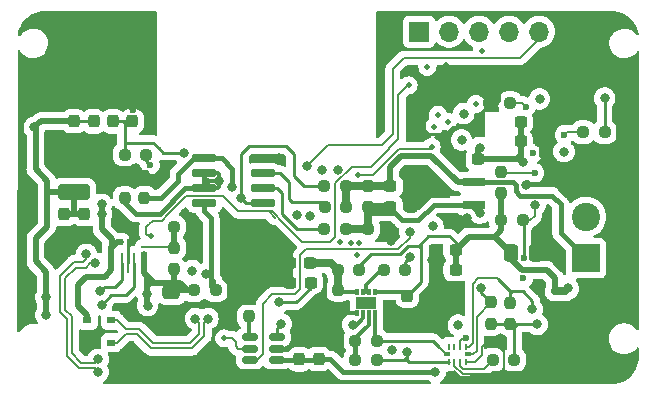
<source format=gbl>
G04 #@! TF.GenerationSoftware,KiCad,Pcbnew,7.0.1*
G04 #@! TF.CreationDate,2023-11-26T12:32:17+08:00*
G04 #@! TF.ProjectId,SourceFIle,536f7572-6365-4464-996c-652e6b696361,02*
G04 #@! TF.SameCoordinates,Original*
G04 #@! TF.FileFunction,Copper,L4,Bot*
G04 #@! TF.FilePolarity,Positive*
%FSLAX46Y46*%
G04 Gerber Fmt 4.6, Leading zero omitted, Abs format (unit mm)*
G04 Created by KiCad (PCBNEW 7.0.1) date 2023-11-26 12:32:17*
%MOMM*%
%LPD*%
G01*
G04 APERTURE LIST*
G04 Aperture macros list*
%AMRoundRect*
0 Rectangle with rounded corners*
0 $1 Rounding radius*
0 $2 $3 $4 $5 $6 $7 $8 $9 X,Y pos of 4 corners*
0 Add a 4 corners polygon primitive as box body*
4,1,4,$2,$3,$4,$5,$6,$7,$8,$9,$2,$3,0*
0 Add four circle primitives for the rounded corners*
1,1,$1+$1,$2,$3*
1,1,$1+$1,$4,$5*
1,1,$1+$1,$6,$7*
1,1,$1+$1,$8,$9*
0 Add four rect primitives between the rounded corners*
20,1,$1+$1,$2,$3,$4,$5,0*
20,1,$1+$1,$4,$5,$6,$7,0*
20,1,$1+$1,$6,$7,$8,$9,0*
20,1,$1+$1,$8,$9,$2,$3,0*%
G04 Aperture macros list end*
G04 #@! TA.AperFunction,ComponentPad*
%ADD10R,1.700000X1.700000*%
G04 #@! TD*
G04 #@! TA.AperFunction,ComponentPad*
%ADD11O,1.700000X1.700000*%
G04 #@! TD*
G04 #@! TA.AperFunction,ComponentPad*
%ADD12R,2.400000X2.400000*%
G04 #@! TD*
G04 #@! TA.AperFunction,ComponentPad*
%ADD13C,2.400000*%
G04 #@! TD*
G04 #@! TA.AperFunction,SMDPad,CuDef*
%ADD14R,0.300000X0.500000*%
G04 #@! TD*
G04 #@! TA.AperFunction,SMDPad,CuDef*
%ADD15R,1.750000X1.050000*%
G04 #@! TD*
G04 #@! TA.AperFunction,SMDPad,CuDef*
%ADD16RoundRect,0.237500X-0.250000X-0.237500X0.250000X-0.237500X0.250000X0.237500X-0.250000X0.237500X0*%
G04 #@! TD*
G04 #@! TA.AperFunction,SMDPad,CuDef*
%ADD17RoundRect,0.237500X-0.237500X0.300000X-0.237500X-0.300000X0.237500X-0.300000X0.237500X0.300000X0*%
G04 #@! TD*
G04 #@! TA.AperFunction,SMDPad,CuDef*
%ADD18RoundRect,0.237500X0.300000X0.237500X-0.300000X0.237500X-0.300000X-0.237500X0.300000X-0.237500X0*%
G04 #@! TD*
G04 #@! TA.AperFunction,SMDPad,CuDef*
%ADD19RoundRect,0.237500X0.250000X0.237500X-0.250000X0.237500X-0.250000X-0.237500X0.250000X-0.237500X0*%
G04 #@! TD*
G04 #@! TA.AperFunction,SMDPad,CuDef*
%ADD20RoundRect,0.237500X-0.237500X0.250000X-0.237500X-0.250000X0.237500X-0.250000X0.237500X0.250000X0*%
G04 #@! TD*
G04 #@! TA.AperFunction,SMDPad,CuDef*
%ADD21R,0.700000X1.000000*%
G04 #@! TD*
G04 #@! TA.AperFunction,SMDPad,CuDef*
%ADD22R,0.700000X0.600000*%
G04 #@! TD*
G04 #@! TA.AperFunction,SMDPad,CuDef*
%ADD23RoundRect,0.237500X0.237500X-0.300000X0.237500X0.300000X-0.237500X0.300000X-0.237500X-0.300000X0*%
G04 #@! TD*
G04 #@! TA.AperFunction,SMDPad,CuDef*
%ADD24RoundRect,0.042000X-0.943000X-0.258000X0.943000X-0.258000X0.943000X0.258000X-0.943000X0.258000X0*%
G04 #@! TD*
G04 #@! TA.AperFunction,SMDPad,CuDef*
%ADD25R,0.220000X1.790000*%
G04 #@! TD*
G04 #@! TA.AperFunction,SMDPad,CuDef*
%ADD26R,0.240000X1.790000*%
G04 #@! TD*
G04 #@! TA.AperFunction,SMDPad,CuDef*
%ADD27R,0.600000X0.240000*%
G04 #@! TD*
G04 #@! TA.AperFunction,SMDPad,CuDef*
%ADD28R,0.240000X0.600000*%
G04 #@! TD*
G04 #@! TA.AperFunction,SMDPad,CuDef*
%ADD29RoundRect,0.237500X0.237500X-0.250000X0.237500X0.250000X-0.237500X0.250000X-0.237500X-0.250000X0*%
G04 #@! TD*
G04 #@! TA.AperFunction,SMDPad,CuDef*
%ADD30RoundRect,0.237500X-0.300000X-0.237500X0.300000X-0.237500X0.300000X0.237500X-0.300000X0.237500X0*%
G04 #@! TD*
G04 #@! TA.AperFunction,SMDPad,CuDef*
%ADD31R,1.900000X0.800000*%
G04 #@! TD*
G04 #@! TA.AperFunction,SMDPad,CuDef*
%ADD32RoundRect,0.150000X0.512500X0.150000X-0.512500X0.150000X-0.512500X-0.150000X0.512500X-0.150000X0*%
G04 #@! TD*
G04 #@! TA.AperFunction,SMDPad,CuDef*
%ADD33RoundRect,0.250000X1.100000X-0.412500X1.100000X0.412500X-1.100000X0.412500X-1.100000X-0.412500X0*%
G04 #@! TD*
G04 #@! TA.AperFunction,SMDPad,CuDef*
%ADD34R,0.250000X0.580000*%
G04 #@! TD*
G04 #@! TA.AperFunction,SMDPad,CuDef*
%ADD35R,0.630000X0.350000*%
G04 #@! TD*
G04 #@! TA.AperFunction,SMDPad,CuDef*
%ADD36RoundRect,0.250000X-0.337500X-0.475000X0.337500X-0.475000X0.337500X0.475000X-0.337500X0.475000X0*%
G04 #@! TD*
G04 #@! TA.AperFunction,SMDPad,CuDef*
%ADD37RoundRect,0.250000X-0.475000X0.337500X-0.475000X-0.337500X0.475000X-0.337500X0.475000X0.337500X0*%
G04 #@! TD*
G04 #@! TA.AperFunction,ViaPad*
%ADD38C,0.800000*%
G04 #@! TD*
G04 #@! TA.AperFunction,ViaPad*
%ADD39C,0.500000*%
G04 #@! TD*
G04 #@! TA.AperFunction,ViaPad*
%ADD40C,0.600000*%
G04 #@! TD*
G04 #@! TA.AperFunction,Conductor*
%ADD41C,0.500000*%
G04 #@! TD*
G04 #@! TA.AperFunction,Conductor*
%ADD42C,0.700000*%
G04 #@! TD*
G04 #@! TA.AperFunction,Conductor*
%ADD43C,0.254000*%
G04 #@! TD*
G04 #@! TA.AperFunction,Conductor*
%ADD44C,0.400000*%
G04 #@! TD*
G04 #@! TA.AperFunction,Conductor*
%ADD45C,0.200000*%
G04 #@! TD*
G04 #@! TA.AperFunction,Conductor*
%ADD46C,0.300000*%
G04 #@! TD*
G04 #@! TA.AperFunction,Conductor*
%ADD47C,0.250000*%
G04 #@! TD*
G04 APERTURE END LIST*
D10*
X161471250Y-71375000D03*
D11*
X164011250Y-71375000D03*
X166551250Y-71375000D03*
X169091250Y-71375000D03*
X171631250Y-71375000D03*
X174171250Y-71375000D03*
D12*
X175591250Y-90555000D03*
D13*
X175591250Y-87055000D03*
X175591250Y-83555000D03*
D14*
X157743750Y-95235000D03*
X157243750Y-95235000D03*
X156743750Y-95235000D03*
X156243750Y-95235000D03*
X156243750Y-93435000D03*
X156743750Y-93435000D03*
X157243750Y-93435000D03*
X157743750Y-93435000D03*
D15*
X156993750Y-94335000D03*
D16*
X154588750Y-91525000D03*
X156413750Y-91525000D03*
X156073750Y-99175000D03*
X157898750Y-99175000D03*
D17*
X151323750Y-97382500D03*
X151323750Y-99107500D03*
D18*
X166443750Y-82195000D03*
X164718750Y-82195000D03*
D19*
X157901250Y-97555000D03*
X156076250Y-97555000D03*
X144233750Y-93285000D03*
X142408750Y-93285000D03*
D20*
X138211250Y-83630000D03*
X138211250Y-85455000D03*
D21*
X133391250Y-97515000D03*
D22*
X133391250Y-95815000D03*
X135391250Y-95815000D03*
X135391250Y-97715000D03*
D20*
X157161250Y-84405000D03*
X157161250Y-86230000D03*
D18*
X171783750Y-80675000D03*
X170058750Y-80675000D03*
D23*
X160471250Y-95447500D03*
X160471250Y-93722500D03*
D20*
X154621250Y-93232500D03*
X154621250Y-95057500D03*
D24*
X143291250Y-85880000D03*
X143291250Y-84610000D03*
X143291250Y-83340000D03*
X143291250Y-82070000D03*
X148231250Y-82070000D03*
X148231250Y-83340000D03*
X148231250Y-84610000D03*
X148231250Y-85880000D03*
D25*
X137301250Y-90922500D03*
D26*
X136811250Y-90922500D03*
D25*
X136321250Y-90922500D03*
D27*
X135411250Y-91117500D03*
X135411250Y-90617500D03*
X135411250Y-90117500D03*
X135411250Y-89617500D03*
D28*
X136311250Y-89217500D03*
X136811250Y-89217500D03*
X137311250Y-89217500D03*
D27*
X138211250Y-89617500D03*
X138211250Y-90117500D03*
X138211250Y-90617500D03*
X138211250Y-91117500D03*
D29*
X169181250Y-96140000D03*
X169181250Y-94315000D03*
D17*
X152973750Y-97362500D03*
X152973750Y-99087500D03*
D18*
X164573750Y-91545000D03*
X162848750Y-91545000D03*
D30*
X159028750Y-84447500D03*
X160753750Y-84447500D03*
D19*
X155243750Y-84485000D03*
X153418750Y-84485000D03*
D18*
X152293750Y-92615000D03*
X150568750Y-92615000D03*
D30*
X159028750Y-86197500D03*
X160753750Y-86197500D03*
D19*
X169523750Y-99165000D03*
X167698750Y-99165000D03*
X155283750Y-88115000D03*
X153458750Y-88115000D03*
D18*
X171786250Y-79035000D03*
X170061250Y-79035000D03*
D23*
X137201250Y-78977500D03*
X137201250Y-77252500D03*
D31*
X166151250Y-84135000D03*
X166151250Y-86035000D03*
X163151250Y-85085000D03*
D16*
X175353750Y-79875000D03*
X177178750Y-79875000D03*
D29*
X167541250Y-96130000D03*
X167541250Y-94305000D03*
D16*
X158468750Y-91535000D03*
X160293750Y-91535000D03*
D17*
X131371250Y-86822500D03*
X131371250Y-88547500D03*
D32*
X149421250Y-97265000D03*
X149421250Y-98215000D03*
X149421250Y-99165000D03*
X147146250Y-99165000D03*
X147146250Y-98215000D03*
X147146250Y-97265000D03*
D29*
X140721250Y-91510000D03*
X140721250Y-89685000D03*
D19*
X155293750Y-86195000D03*
X153468750Y-86195000D03*
D30*
X150548750Y-90955000D03*
X152273750Y-90955000D03*
D23*
X135571250Y-78977500D03*
X135571250Y-77252500D03*
D19*
X170228750Y-87350000D03*
X168403750Y-87350000D03*
X142543750Y-87905000D03*
X140718750Y-87905000D03*
D16*
X167353750Y-77425000D03*
X169178750Y-77425000D03*
X157138750Y-88067500D03*
X158963750Y-88067500D03*
D20*
X136551250Y-83650000D03*
X136551250Y-85475000D03*
D17*
X133101250Y-86812500D03*
X133101250Y-88537500D03*
D19*
X138373750Y-81785000D03*
X136548750Y-81785000D03*
D18*
X164553750Y-89825000D03*
X162828750Y-89825000D03*
D33*
X132251250Y-84927500D03*
X132251250Y-81802500D03*
D34*
X165466250Y-99340000D03*
X164966250Y-99340000D03*
X164466250Y-99340000D03*
X163966250Y-99340000D03*
D35*
X163856250Y-98700000D03*
D34*
X163966250Y-98060000D03*
X164466250Y-98060000D03*
X164966250Y-98060000D03*
X165466250Y-98060000D03*
D35*
X165576250Y-98700000D03*
D23*
X132231250Y-78950000D03*
X132231250Y-77225000D03*
D29*
X147031250Y-95487500D03*
X147031250Y-93662500D03*
D36*
X169273750Y-90145000D03*
X171348750Y-90145000D03*
D23*
X133921250Y-78980000D03*
X133921250Y-77255000D03*
D37*
X140501250Y-93417500D03*
X140501250Y-95492500D03*
D20*
X168391250Y-83237500D03*
X168391250Y-85062500D03*
D38*
X134591250Y-86855000D03*
X134581250Y-85995000D03*
X170516250Y-84350000D03*
X171475000Y-93150000D03*
X166201250Y-79425000D03*
X146581250Y-88365000D03*
X128681250Y-84465000D03*
X132540000Y-71342500D03*
X128681250Y-87005000D03*
X147951250Y-89795000D03*
X135801250Y-87265000D03*
D39*
X163750000Y-74225000D03*
D38*
X165541250Y-87145000D03*
D40*
X137275000Y-78015500D03*
D38*
X152971250Y-96145000D03*
D39*
X169375000Y-74525000D03*
D38*
X141661250Y-86755000D03*
X159111250Y-89075000D03*
X149271250Y-88365000D03*
X162531250Y-83705000D03*
X162541250Y-90705000D03*
X130700000Y-77425000D03*
X178171250Y-95555000D03*
X153500000Y-95025000D03*
X172491250Y-89955000D03*
X143291250Y-94475000D03*
X149231250Y-89805000D03*
X149611250Y-82070000D03*
X171348750Y-88755000D03*
X130381250Y-81265000D03*
X161275000Y-78225000D03*
X136050000Y-71392500D03*
X151841250Y-96115000D03*
X128521250Y-93980000D03*
X176571250Y-96925000D03*
X130201250Y-89475000D03*
X174071250Y-95115000D03*
X147991250Y-88395000D03*
X146621250Y-89825000D03*
X130361250Y-82465000D03*
X134151250Y-96995000D03*
D40*
X168266750Y-76300000D03*
D38*
X161121250Y-83455000D03*
X129861250Y-93855000D03*
X177181250Y-77005000D03*
D39*
X162175000Y-74350000D03*
D38*
X138481250Y-94565000D03*
X128894141Y-79480208D03*
X173741250Y-81535000D03*
X138471250Y-93615000D03*
X129861250Y-95375000D03*
X170281250Y-82395000D03*
D39*
X166775000Y-72975000D03*
D38*
X174101250Y-93105000D03*
X171461250Y-96165000D03*
D40*
X165416250Y-97275000D03*
D38*
X166611250Y-81205000D03*
D40*
X138701250Y-82655000D03*
D38*
X162850000Y-100165000D03*
X146411250Y-85495000D03*
X149591250Y-94285000D03*
X171666250Y-77075000D03*
X151951250Y-82755000D03*
X141581250Y-81635000D03*
X166611250Y-86745000D03*
X155851250Y-96195000D03*
X164791250Y-96225000D03*
X142536532Y-95665227D03*
X134301250Y-99130000D03*
X134032482Y-90966232D03*
X133290018Y-90223768D03*
X143586532Y-95665227D03*
X134301250Y-100180000D03*
D39*
X160575000Y-75925000D03*
X138800000Y-88700000D03*
D38*
X165247161Y-78305911D03*
X153271250Y-83085000D03*
X165061250Y-80555000D03*
X154591250Y-83105000D03*
X142281250Y-91605000D03*
X145651250Y-84545000D03*
X143441250Y-91905000D03*
D39*
X154800000Y-89200000D03*
X163050000Y-78400000D03*
D38*
X144551250Y-83995000D03*
D39*
X163875000Y-79000000D03*
X155675000Y-89250000D03*
X144975000Y-97350000D03*
D38*
X166751250Y-93111500D03*
X151150000Y-86925000D03*
X162631250Y-87855000D03*
D40*
X171257559Y-83330333D03*
X170336750Y-90525000D03*
D38*
X152251250Y-86950000D03*
D40*
X170300000Y-92275000D03*
D38*
X171291250Y-86045000D03*
X160681250Y-88305000D03*
X171061250Y-94895000D03*
D39*
X156350000Y-89275000D03*
X162700000Y-79450000D03*
X156200000Y-90325000D03*
X166275000Y-77500000D03*
X156325000Y-83475000D03*
X162525000Y-81125000D03*
D38*
X160481250Y-98525000D03*
X160671250Y-90485000D03*
X134441250Y-93365000D03*
X134601250Y-94505000D03*
X159151250Y-98315000D03*
X149801250Y-96115000D03*
D40*
X170516250Y-77750000D03*
X173766250Y-80100000D03*
X171100000Y-81675000D03*
D41*
X134591250Y-86005000D02*
X134581250Y-85995000D01*
X134851250Y-92135000D02*
X135411250Y-91575000D01*
X135411250Y-91575000D02*
X135411250Y-91117500D01*
X132631250Y-94575000D02*
X132631250Y-92785000D01*
X132631250Y-92785000D02*
X133281250Y-92135000D01*
X135411250Y-91117500D02*
X135411250Y-89617500D01*
X134591250Y-86855000D02*
X134591250Y-86005000D01*
X133281250Y-92135000D02*
X134851250Y-92135000D01*
X135458750Y-89617500D02*
X135451250Y-89610000D01*
X135451250Y-88965000D02*
X134591250Y-88105000D01*
X135858750Y-89217500D02*
X136191250Y-89217500D01*
X135451250Y-89610000D02*
X135451250Y-88965000D01*
X134591250Y-88105000D02*
X134591250Y-86855000D01*
X133391250Y-95335000D02*
X132631250Y-94575000D01*
X135411250Y-89617500D02*
X135458750Y-89617500D01*
X135458750Y-89617500D02*
X135858750Y-89217500D01*
X133391250Y-95815000D02*
X133391250Y-95335000D01*
D42*
X173891250Y-95537500D02*
X173076250Y-95537500D01*
D43*
X135801250Y-87265000D02*
X135801250Y-87415000D01*
D44*
X154153750Y-95057500D02*
X154621250Y-95057500D01*
D43*
X161525000Y-78225000D02*
X161875000Y-78575000D01*
X137031250Y-88365000D02*
X137031250Y-89217500D01*
D45*
X165466250Y-99340000D02*
X166176250Y-99340000D01*
D46*
X131371250Y-88547500D02*
X133091250Y-88547500D01*
D45*
X165171250Y-100355000D02*
X164466250Y-99650000D01*
D43*
X158963750Y-88067500D02*
X158963750Y-88927500D01*
D45*
X166176250Y-99340000D02*
X166791250Y-98725000D01*
D44*
X136241250Y-75945000D02*
X136171250Y-75875000D01*
D43*
X142543750Y-87637500D02*
X141661250Y-86755000D01*
X164331250Y-79425000D02*
X166201250Y-79425000D01*
D45*
X168216250Y-97725000D02*
X168616250Y-98125000D01*
D43*
X161875000Y-78575000D02*
X161875000Y-79700000D01*
D45*
X166791250Y-98075000D02*
X167141250Y-97725000D01*
D43*
X137311250Y-89155000D02*
X137311250Y-89217500D01*
X170971250Y-99815000D02*
X170971250Y-98015000D01*
D44*
X171783750Y-80675000D02*
X171783750Y-81787500D01*
D43*
X165791250Y-100355000D02*
X168616250Y-100355000D01*
D44*
X171786250Y-79035000D02*
X172706250Y-79035000D01*
D43*
X162848750Y-91012500D02*
X162541250Y-90705000D01*
X136541250Y-87875000D02*
X136241250Y-87875000D01*
X160471250Y-95447500D02*
X160718750Y-95447500D01*
D42*
X176001250Y-95537500D02*
X176001250Y-96355000D01*
D43*
X137171250Y-89217500D02*
X137311250Y-89217500D01*
D46*
X156243750Y-95235000D02*
X154798750Y-95235000D01*
D43*
X140883750Y-95492500D02*
X141591250Y-94785000D01*
X164718750Y-82195000D02*
X164481250Y-82195000D01*
D42*
X176001250Y-95537500D02*
X173891250Y-95537500D01*
D44*
X174171250Y-77570000D02*
X174171250Y-71375000D01*
X151153750Y-97362500D02*
X150301250Y-98215000D01*
X130700000Y-77425000D02*
X130900000Y-77225000D01*
D43*
X163711250Y-80045000D02*
X164331250Y-79425000D01*
D46*
X130696250Y-81580000D02*
X132028750Y-81580000D01*
D43*
X136606250Y-87940000D02*
X137031250Y-88365000D01*
D42*
X176561250Y-95537500D02*
X176001250Y-95537500D01*
D43*
X161275000Y-78225000D02*
X161525000Y-78225000D01*
X135931250Y-87265000D02*
X136606250Y-87940000D01*
D46*
X154798750Y-95235000D02*
X154621250Y-95057500D01*
X130696250Y-81580000D02*
X130381250Y-81265000D01*
D43*
X162848750Y-91545000D02*
X162848750Y-91012500D01*
D44*
X151323750Y-96632500D02*
X151323750Y-97382500D01*
X162461250Y-85085000D02*
X163151250Y-85085000D01*
X136241250Y-77252500D02*
X136512000Y-77252500D01*
D43*
X160718750Y-95447500D02*
X162848750Y-93317500D01*
D44*
X163151250Y-85085000D02*
X163151250Y-84325000D01*
D46*
X133091250Y-88547500D02*
X133101250Y-88537500D01*
D44*
X171786250Y-80672500D02*
X171783750Y-80675000D01*
D46*
X130801250Y-82025000D02*
X130361250Y-82465000D01*
D44*
X163151250Y-84325000D02*
X162531250Y-83705000D01*
D43*
X163711250Y-81425000D02*
X163711250Y-80225000D01*
D44*
X132231250Y-77225000D02*
X132258750Y-77252500D01*
X160753750Y-83822500D02*
X160753750Y-84447500D01*
D43*
X164481250Y-82195000D02*
X163711250Y-81425000D01*
X150548750Y-90955000D02*
X150381250Y-90955000D01*
D45*
X166791250Y-98725000D02*
X166791250Y-98075000D01*
D43*
X150381250Y-90955000D02*
X149231250Y-89805000D01*
D46*
X131128750Y-88547500D02*
X130201250Y-89475000D01*
D44*
X130900000Y-77225000D02*
X132231250Y-77225000D01*
D43*
X162828750Y-90417500D02*
X162541250Y-90705000D01*
X136811250Y-89217500D02*
X137031250Y-89217500D01*
X137241250Y-89085000D02*
X137311250Y-89155000D01*
X136711250Y-87715000D02*
X137241250Y-88245000D01*
X136811250Y-90922500D02*
X136811250Y-89945000D01*
D44*
X161121250Y-83455000D02*
X160753750Y-83822500D01*
D43*
X171348750Y-88755000D02*
X171348750Y-90145000D01*
D42*
X176561250Y-95537500D02*
X178153750Y-95537500D01*
D43*
X136241250Y-87875000D02*
X136241250Y-87855000D01*
D44*
X136241250Y-77252500D02*
X136241250Y-75945000D01*
D43*
X135801250Y-87265000D02*
X135931250Y-87265000D01*
X162848750Y-89845000D02*
X162828750Y-89825000D01*
X141901250Y-94475000D02*
X143291250Y-94475000D01*
X168616250Y-100355000D02*
X170431250Y-100355000D01*
X162220000Y-80045000D02*
X163031250Y-80045000D01*
X142543750Y-87905000D02*
X142543750Y-87637500D01*
D42*
X172721250Y-95682500D02*
X172971250Y-95432500D01*
D44*
X136241250Y-77252500D02*
X136625000Y-77252500D01*
D46*
X132028750Y-81580000D02*
X132251250Y-81802500D01*
D43*
X135801250Y-87415000D02*
X136101250Y-87715000D01*
D42*
X178153750Y-95537500D02*
X178171250Y-95555000D01*
D43*
X171633750Y-97352500D02*
X172721250Y-97352500D01*
D46*
X133631250Y-97515000D02*
X134151250Y-96995000D01*
D44*
X172706250Y-79035000D02*
X174171250Y-77570000D01*
X171786250Y-79035000D02*
X171786250Y-80672500D01*
D47*
X167353750Y-77425000D02*
X168025000Y-77425000D01*
D44*
X132258750Y-77252500D02*
X132831250Y-77252500D01*
D41*
X138211250Y-83630000D02*
X136571250Y-83630000D01*
D43*
X150548750Y-92595000D02*
X150568750Y-92615000D01*
D45*
X164466250Y-99650000D02*
X164466250Y-99340000D01*
D43*
X136241250Y-87855000D02*
X136101250Y-87715000D01*
D41*
X136571250Y-83630000D02*
X136551250Y-83650000D01*
D43*
X170431250Y-100355000D02*
X170971250Y-99815000D01*
D44*
X132831250Y-75995000D02*
X132661250Y-75825000D01*
D42*
X173891250Y-95537500D02*
X173891250Y-95295000D01*
D46*
X133391250Y-97515000D02*
X133631250Y-97515000D01*
D44*
X132831250Y-77252500D02*
X132831250Y-75995000D01*
D43*
X163711250Y-80225000D02*
X163711250Y-80045000D01*
X136101250Y-87715000D02*
X136711250Y-87715000D01*
X137031250Y-89217500D02*
X137171250Y-89217500D01*
D44*
X152971250Y-96145000D02*
X152973750Y-96147500D01*
X152973750Y-96147500D02*
X152973750Y-97362500D01*
D43*
X136606250Y-87940000D02*
X136541250Y-87875000D01*
X170971250Y-98015000D02*
X171633750Y-97352500D01*
X162828750Y-89825000D02*
X162828750Y-90417500D01*
X136811250Y-89577500D02*
X137171250Y-89217500D01*
D44*
X150301250Y-98215000D02*
X149421250Y-98215000D01*
D43*
X172491250Y-89955000D02*
X172301250Y-90145000D01*
D45*
X167141250Y-97725000D02*
X168216250Y-97725000D01*
D44*
X136512000Y-77252500D02*
X137275000Y-78015500D01*
X152973750Y-97362500D02*
X151153750Y-97362500D01*
D45*
X165791250Y-100355000D02*
X165171250Y-100355000D01*
D44*
X173551250Y-83555000D02*
X175591250Y-83555000D01*
D41*
X136551250Y-83650000D02*
X135016250Y-83650000D01*
D43*
X163531250Y-80045000D02*
X163711250Y-80225000D01*
X162848750Y-93317500D02*
X162848750Y-91545000D01*
D42*
X173891250Y-95295000D02*
X174071250Y-95115000D01*
D44*
X154121250Y-95025000D02*
X154153750Y-95057500D01*
D45*
X168616250Y-98125000D02*
X168616250Y-100355000D01*
D43*
X136811250Y-89945000D02*
X136811250Y-89577500D01*
X163031250Y-80045000D02*
X163531250Y-80045000D01*
D44*
X160753750Y-86197500D02*
X161348750Y-86197500D01*
D43*
X172301250Y-90145000D02*
X171348750Y-90145000D01*
X147031250Y-90715000D02*
X147951250Y-89795000D01*
X140501250Y-95492500D02*
X140883750Y-95492500D01*
X150548750Y-90955000D02*
X150548750Y-92595000D01*
D41*
X149611250Y-82070000D02*
X148231250Y-82070000D01*
D43*
X136811250Y-89945000D02*
X136811250Y-89217500D01*
D41*
X135016250Y-83650000D02*
X133168750Y-81802500D01*
D46*
X131371250Y-88547500D02*
X131128750Y-88547500D01*
D42*
X176001250Y-96355000D02*
X176571250Y-96925000D01*
X173076250Y-95537500D02*
X172971250Y-95432500D01*
D43*
X161875000Y-79700000D02*
X162220000Y-80045000D01*
D44*
X161348750Y-86197500D02*
X162461250Y-85085000D01*
D42*
X172721250Y-97352500D02*
X172721250Y-95682500D01*
D44*
X132831250Y-77252500D02*
X136241250Y-77252500D01*
D43*
X137241250Y-88245000D02*
X137241250Y-89085000D01*
D41*
X133168750Y-81802500D02*
X132251250Y-81802500D01*
D47*
X168025000Y-77425000D02*
X168266750Y-77183250D01*
D43*
X147031250Y-93662500D02*
X147031250Y-90715000D01*
D46*
X132028750Y-82025000D02*
X132251250Y-81802500D01*
D43*
X141591250Y-94785000D02*
X141901250Y-94475000D01*
X162848750Y-91545000D02*
X162848750Y-89845000D01*
X158963750Y-88927500D02*
X159111250Y-89075000D01*
D46*
X130801250Y-82025000D02*
X132028750Y-82025000D01*
D44*
X151841250Y-96115000D02*
X151323750Y-96632500D01*
X171783750Y-81787500D02*
X173551250Y-83555000D01*
X153500000Y-95025000D02*
X154121250Y-95025000D01*
D43*
X163711250Y-80045000D02*
X163031250Y-80045000D01*
D47*
X168266750Y-77183250D02*
X168266750Y-76300000D01*
D43*
X161061250Y-89485000D02*
X161461250Y-89485000D01*
D47*
X150861250Y-81715000D02*
X150861250Y-83595000D01*
X146796250Y-85880000D02*
X148231250Y-85880000D01*
D41*
X129981250Y-87875000D02*
X128991250Y-88865000D01*
D43*
X169523750Y-96482500D02*
X169181250Y-96140000D01*
D41*
X128991250Y-83025000D02*
X129981250Y-84015000D01*
D42*
X174101250Y-93105000D02*
X173848750Y-93357500D01*
D41*
X140721250Y-91510000D02*
X140721250Y-92675000D01*
D45*
X164966250Y-98060000D02*
X164966250Y-97550000D01*
D43*
X161631250Y-90005000D02*
X161631250Y-90235000D01*
X164041250Y-88715000D02*
X164553750Y-89227500D01*
X161631250Y-89315000D02*
X162231250Y-88715000D01*
D41*
X168403750Y-85075000D02*
X168391250Y-85062500D01*
X129861250Y-91705000D02*
X129861250Y-95375000D01*
X170058750Y-81857500D02*
X170058750Y-81595000D01*
D43*
X177181250Y-77005000D02*
X177181250Y-79872500D01*
D41*
X170058750Y-82172500D02*
X170081250Y-82195000D01*
X167853750Y-88725000D02*
X169273750Y-90145000D01*
D46*
X160183750Y-93435000D02*
X160471250Y-93722500D01*
D41*
X168403750Y-88175000D02*
X168403750Y-87350000D01*
X128894141Y-79480208D02*
X128991250Y-79577317D01*
D44*
X162850000Y-100165000D02*
X155041250Y-100165000D01*
D43*
X169523750Y-97035000D02*
X169523750Y-96412500D01*
D41*
X141231250Y-92675000D02*
X140721250Y-92675000D01*
D43*
X169771250Y-96165000D02*
X169206250Y-96165000D01*
X161631250Y-90235000D02*
X161631250Y-92562500D01*
D41*
X129981250Y-84015000D02*
X129981250Y-84927500D01*
X169721250Y-82195000D02*
X170058750Y-81857500D01*
D43*
X169171250Y-96130000D02*
X169181250Y-96140000D01*
X171461250Y-96165000D02*
X169771250Y-96165000D01*
D44*
X155041250Y-100165000D02*
X153963750Y-99087500D01*
D43*
X161461250Y-89485000D02*
X161631250Y-89315000D01*
D41*
X140928750Y-93417500D02*
X140501250Y-93417500D01*
D43*
X169523750Y-99165000D02*
X169523750Y-97035000D01*
D45*
X165116250Y-97400000D02*
X165191250Y-97325000D01*
D43*
X161061250Y-89485000D02*
X160540000Y-89485000D01*
X169206250Y-96165000D02*
X169181250Y-96140000D01*
D41*
X142408750Y-93285000D02*
X141841250Y-93285000D01*
X142408750Y-93285000D02*
X140633750Y-93285000D01*
X132241250Y-86822500D02*
X133091250Y-86822500D01*
X167853750Y-88725000D02*
X168403750Y-88175000D01*
X132251250Y-84927500D02*
X129981250Y-84927500D01*
D47*
X150861250Y-83595000D02*
X151751250Y-84485000D01*
D41*
X138471250Y-92095000D02*
X138471250Y-92925000D01*
D43*
X157421250Y-90185000D02*
X156413750Y-91192500D01*
D41*
X170171250Y-91545000D02*
X172261250Y-91545000D01*
X164573750Y-89845000D02*
X164553750Y-89825000D01*
D43*
X177181250Y-79872500D02*
X177178750Y-79875000D01*
X138373750Y-81785000D02*
X138373750Y-82327500D01*
D41*
X129981250Y-84927500D02*
X129981250Y-87875000D01*
X132241250Y-86822500D02*
X132241250Y-84937500D01*
D47*
X146411250Y-81715000D02*
X147061250Y-81065000D01*
D44*
X149421250Y-99165000D02*
X152896250Y-99165000D01*
D41*
X170058750Y-81595000D02*
X170058750Y-82172500D01*
X141451250Y-92895000D02*
X141231250Y-92675000D01*
X139051250Y-92675000D02*
X138211250Y-91835000D01*
D43*
X161631250Y-89485000D02*
X161631250Y-90005000D01*
D41*
X168403750Y-87350000D02*
X168403750Y-85075000D01*
X169721250Y-82195000D02*
X170081250Y-82195000D01*
D43*
X161631250Y-92562500D02*
X160471250Y-93722500D01*
D42*
X173848750Y-93357500D02*
X172971250Y-93357500D01*
D44*
X153963750Y-99087500D02*
X152973750Y-99087500D01*
D41*
X170061250Y-79035000D02*
X170061250Y-80672500D01*
D46*
X157743750Y-93435000D02*
X160183750Y-93435000D01*
D41*
X140721250Y-93197500D02*
X140501250Y-93417500D01*
D47*
X146411250Y-85495000D02*
X146411250Y-81715000D01*
D41*
X172971250Y-92255000D02*
X172971250Y-93357500D01*
D43*
X167541250Y-96130000D02*
X169171250Y-96130000D01*
X161631250Y-90005000D02*
X161631250Y-89655000D01*
D47*
X133921250Y-78980000D02*
X132261250Y-78980000D01*
D41*
X138721250Y-92675000D02*
X138471250Y-92925000D01*
X164573750Y-91545000D02*
X164573750Y-89845000D01*
X166443750Y-81372500D02*
X166611250Y-81205000D01*
X141451250Y-92895000D02*
X140928750Y-93417500D01*
X131371250Y-86822500D02*
X132241250Y-86822500D01*
X140721250Y-92675000D02*
X139051250Y-92675000D01*
D44*
X152896250Y-99165000D02*
X152973750Y-99087500D01*
D43*
X161061250Y-89485000D02*
X161631250Y-89485000D01*
X169523750Y-97035000D02*
X169523750Y-96482500D01*
X161631250Y-89655000D02*
X161461250Y-89485000D01*
D41*
X165653750Y-88725000D02*
X167853750Y-88725000D01*
X170081250Y-82195000D02*
X170281250Y-82395000D01*
D43*
X160540000Y-89485000D02*
X159840000Y-90185000D01*
D41*
X166443750Y-82195000D02*
X169721250Y-82195000D01*
X129424349Y-78950000D02*
X132231250Y-78950000D01*
D43*
X169523750Y-96412500D02*
X169771250Y-96165000D01*
D41*
X170061250Y-80672500D02*
X170058750Y-80675000D01*
D43*
X138373750Y-82327500D02*
X138701250Y-82655000D01*
D41*
X139051250Y-92675000D02*
X138721250Y-92675000D01*
X164553750Y-89825000D02*
X165653750Y-88725000D01*
D43*
X162231250Y-88715000D02*
X164041250Y-88715000D01*
D41*
X140721250Y-92675000D02*
X140721250Y-93197500D01*
X141841250Y-93285000D02*
X141451250Y-92895000D01*
X172261250Y-91545000D02*
X172971250Y-92255000D01*
D45*
X165416250Y-97275000D02*
X165241250Y-97275000D01*
D47*
X150211250Y-81065000D02*
X150861250Y-81715000D01*
D43*
X161631250Y-90235000D02*
X161631250Y-89315000D01*
X164553750Y-89227500D02*
X164553750Y-89825000D01*
D41*
X138471250Y-92925000D02*
X138471250Y-93615000D01*
X170058750Y-81595000D02*
X170058750Y-80675000D01*
X166443750Y-82195000D02*
X166443750Y-81372500D01*
X128991250Y-89445000D02*
X128991250Y-90835000D01*
X128991250Y-79577317D02*
X128991250Y-83025000D01*
D45*
X164966250Y-97550000D02*
X165116250Y-97400000D01*
D43*
X156413750Y-91192500D02*
X156413750Y-91525000D01*
D45*
X165241250Y-97275000D02*
X165116250Y-97400000D01*
D47*
X147061250Y-81065000D02*
X150211250Y-81065000D01*
D41*
X138471250Y-92925000D02*
X138471250Y-94555000D01*
X138211250Y-91835000D02*
X138211250Y-90237500D01*
X132241250Y-84937500D02*
X132251250Y-84927500D01*
X169273750Y-90647500D02*
X170171250Y-91545000D01*
X138211250Y-91835000D02*
X138471250Y-92095000D01*
X138471250Y-94555000D02*
X138481250Y-94565000D01*
X133091250Y-86822500D02*
X133101250Y-86812500D01*
D47*
X132261250Y-78980000D02*
X132231250Y-78950000D01*
D41*
X128894141Y-79480208D02*
X129424349Y-78950000D01*
D43*
X159840000Y-90185000D02*
X157421250Y-90185000D01*
D47*
X151751250Y-84485000D02*
X153418750Y-84485000D01*
D41*
X140633750Y-93285000D02*
X140501250Y-93417500D01*
D47*
X146411250Y-85495000D02*
X146796250Y-85880000D01*
D41*
X128991250Y-88865000D02*
X128991250Y-89445000D01*
X128991250Y-90835000D02*
X129861250Y-91705000D01*
D43*
X152293750Y-93056250D02*
X152293750Y-92615000D01*
X149591250Y-94285000D02*
X151065000Y-94285000D01*
X151065000Y-94285000D02*
X152293750Y-93056250D01*
D45*
X158300000Y-80975000D02*
X159225000Y-80050000D01*
D43*
X136548750Y-81785000D02*
X136548750Y-80775000D01*
D45*
X170000000Y-73600000D02*
X171631250Y-71968750D01*
D43*
X139811250Y-81635000D02*
X141581250Y-81635000D01*
X139441250Y-81265000D02*
X139811250Y-81635000D01*
D45*
X160150000Y-73600000D02*
X170000000Y-73600000D01*
D43*
X136171250Y-78977500D02*
X136406250Y-78977500D01*
X136548750Y-80775000D02*
X136548750Y-79120000D01*
X136548750Y-79120000D02*
X136691250Y-78977500D01*
X136691250Y-78977500D02*
X137201250Y-78977500D01*
X136171250Y-78977500D02*
X136691250Y-78977500D01*
X135571250Y-78977500D02*
X136171250Y-78977500D01*
D45*
X159225000Y-74525000D02*
X160150000Y-73600000D01*
D43*
X136406250Y-78977500D02*
X136548750Y-79120000D01*
D45*
X153731250Y-80975000D02*
X158300000Y-80975000D01*
D43*
X138951250Y-80775000D02*
X139441250Y-81265000D01*
X136548750Y-80775000D02*
X138951250Y-80775000D01*
D45*
X151951250Y-82755000D02*
X153731250Y-80975000D01*
X159225000Y-80050000D02*
X159225000Y-74525000D01*
X171631250Y-71968750D02*
X171631250Y-71375000D01*
D41*
X166151250Y-84135000D02*
X164751250Y-84135000D01*
X159951250Y-81895000D02*
X159028750Y-82817500D01*
D42*
X155281250Y-84447500D02*
X155243750Y-84485000D01*
X155293750Y-86195000D02*
X155293750Y-84535000D01*
D44*
X173451250Y-85960000D02*
X173451250Y-88415000D01*
X172741250Y-85250000D02*
X173451250Y-85960000D01*
D41*
X159028750Y-82817500D02*
X159028750Y-84447500D01*
D42*
X155293750Y-84535000D02*
X155243750Y-84485000D01*
D44*
X169691250Y-84900000D02*
X170041250Y-85250000D01*
X170041250Y-85250000D02*
X172741250Y-85250000D01*
X169426250Y-84135000D02*
X169691250Y-84400000D01*
X169691250Y-84400000D02*
X169691250Y-84900000D01*
X173451250Y-88415000D02*
X175591250Y-90555000D01*
D41*
X162511250Y-81895000D02*
X159951250Y-81895000D01*
X164751250Y-84135000D02*
X162511250Y-81895000D01*
D42*
X159028750Y-84447500D02*
X155281250Y-84447500D01*
D44*
X166151250Y-84135000D02*
X169426250Y-84135000D01*
X160051250Y-87355000D02*
X159411250Y-86715000D01*
D42*
X157091250Y-88115000D02*
X157138750Y-88067500D01*
D44*
X166151250Y-86285000D02*
X166611250Y-86745000D01*
D42*
X157161250Y-86715000D02*
X157161250Y-88045000D01*
X158996250Y-86230000D02*
X159028750Y-86197500D01*
X157161250Y-86230000D02*
X158996250Y-86230000D01*
D44*
X162691250Y-86035000D02*
X161371250Y-87355000D01*
X159411250Y-86715000D02*
X157161250Y-86715000D01*
D42*
X157161250Y-86230000D02*
X157161250Y-86715000D01*
D44*
X166151250Y-86035000D02*
X162691250Y-86035000D01*
D42*
X157161250Y-88045000D02*
X157138750Y-88067500D01*
D44*
X161371250Y-87355000D02*
X160051250Y-87355000D01*
D42*
X155283750Y-88115000D02*
X157091250Y-88115000D01*
D44*
X166151250Y-86035000D02*
X166151250Y-86285000D01*
D46*
X155851250Y-96195000D02*
X156201250Y-96195000D01*
X156201250Y-96195000D02*
X156743750Y-95652500D01*
X156743750Y-95652500D02*
X156743750Y-95235000D01*
D42*
X154588750Y-91525000D02*
X154588750Y-93200000D01*
D46*
X156243750Y-93435000D02*
X154823750Y-93435000D01*
X154823750Y-93435000D02*
X154621250Y-93232500D01*
D42*
X152273750Y-90955000D02*
X154018750Y-90955000D01*
X154018750Y-90955000D02*
X154588750Y-91525000D01*
D45*
X133608217Y-90966232D02*
X134032482Y-90966232D01*
X131526250Y-94941800D02*
X131526250Y-92228200D01*
X142836531Y-95965226D02*
X142836531Y-96951519D01*
X132404450Y-91350000D02*
X133224449Y-91350000D01*
X134001251Y-99429999D02*
X132884449Y-99429999D01*
X137744450Y-96540000D02*
X136641251Y-96540000D01*
X132076250Y-95491800D02*
X131526250Y-94941800D01*
X134301250Y-99130000D02*
X134001251Y-99429999D01*
X142536532Y-95665227D02*
X142836531Y-95965226D01*
X133224449Y-91350000D02*
X133608217Y-90966232D01*
X142836531Y-96951519D02*
X142048050Y-97740000D01*
X132884449Y-99429999D02*
X132076250Y-98621800D01*
X135916251Y-95815000D02*
X135391250Y-95815000D01*
X142048050Y-97740000D02*
X138944450Y-97740000D01*
X138944450Y-97740000D02*
X137744450Y-96540000D01*
X132076250Y-98621800D02*
X132076250Y-95491800D01*
X131526250Y-92228200D02*
X132404450Y-91350000D01*
X136641251Y-96540000D02*
X135916251Y-95815000D01*
X133038051Y-90900000D02*
X133290018Y-90648033D01*
X131626250Y-95678200D02*
X131076250Y-95128200D01*
X131626250Y-98808200D02*
X131626250Y-95678200D01*
X138758050Y-98190000D02*
X137558050Y-96990000D01*
X136641251Y-96990000D02*
X135916251Y-97715000D01*
X143586532Y-95665227D02*
X143286533Y-95965226D01*
X135916251Y-97715000D02*
X135391250Y-97715000D01*
X134301250Y-100180000D02*
X134001251Y-99880001D01*
X131076250Y-92041800D02*
X132218050Y-90900000D01*
X143286533Y-95965226D02*
X143286533Y-97137917D01*
X137558050Y-96990000D02*
X136641251Y-96990000D01*
X134001251Y-99880001D02*
X132698051Y-99880001D01*
X143286533Y-97137917D02*
X142234450Y-98190000D01*
X132218050Y-90900000D02*
X133038051Y-90900000D01*
X133290018Y-90648033D02*
X133290018Y-90223768D01*
X131076250Y-95128200D02*
X131076250Y-92041800D01*
X132698051Y-99880001D02*
X131626250Y-98808200D01*
X142234450Y-98190000D02*
X138758050Y-98190000D01*
X149025000Y-86600000D02*
X150050000Y-87625000D01*
X154375000Y-87325000D02*
X154375000Y-84212176D01*
X151575000Y-89150000D02*
X153200000Y-89150000D01*
X148675000Y-86600000D02*
X149025000Y-86600000D01*
X138625000Y-87675000D02*
X138925000Y-87375000D01*
X147525000Y-86600000D02*
X148675000Y-86600000D01*
X158900000Y-81250000D02*
X159725000Y-80425000D01*
X158900000Y-81300000D02*
X158900000Y-81250000D01*
X143100000Y-85275000D02*
X144850000Y-85275000D01*
X138375000Y-88475000D02*
X138375000Y-87925000D01*
X144850000Y-85275000D02*
X145475000Y-85900000D01*
X159725000Y-80425000D02*
X159725000Y-78100000D01*
X148675000Y-86600000D02*
X148750000Y-86600000D01*
X159725000Y-76725000D02*
X160525000Y-75925000D01*
X154375000Y-88725000D02*
X154375000Y-87325000D01*
X153950000Y-89150000D02*
X154250000Y-88850000D01*
X157375000Y-82825000D02*
X158900000Y-81300000D01*
X159725000Y-78100000D02*
X159725000Y-76725000D01*
X154375000Y-84212176D02*
X155762176Y-82825000D01*
X139675000Y-87375000D02*
X140250000Y-86800000D01*
X154250000Y-88850000D02*
X154375000Y-88725000D01*
X146175000Y-86600000D02*
X147525000Y-86600000D01*
X140250000Y-86800000D02*
X141775000Y-85275000D01*
X148750000Y-86600000D02*
X149275000Y-87125000D01*
X153200000Y-89150000D02*
X153950000Y-89150000D01*
X138800000Y-88700000D02*
X138600000Y-88700000D01*
X139575000Y-87375000D02*
X139675000Y-87375000D01*
X138925000Y-87375000D02*
X139575000Y-87375000D01*
X138375000Y-87925000D02*
X138625000Y-87675000D01*
X138600000Y-88700000D02*
X138375000Y-88475000D01*
X155762176Y-82825000D02*
X157375000Y-82825000D01*
X145475000Y-85900000D02*
X146175000Y-86600000D01*
X150050000Y-87625000D02*
X151575000Y-89150000D01*
X141775000Y-85275000D02*
X143100000Y-85275000D01*
D44*
X139591250Y-85455000D02*
X141061250Y-83985000D01*
X142396250Y-82070000D02*
X143291250Y-82070000D01*
X145651250Y-82965000D02*
X144756250Y-82070000D01*
X141061250Y-83405000D02*
X142396250Y-82070000D01*
X138211250Y-85455000D02*
X139591250Y-85455000D01*
X144756250Y-82070000D02*
X143291250Y-82070000D01*
X145651250Y-84545000D02*
X145651250Y-82965000D01*
X141061250Y-83985000D02*
X141061250Y-83405000D01*
D46*
X144141250Y-92455000D02*
X144141250Y-93192500D01*
D44*
X143291250Y-86595000D02*
X143291250Y-85880000D01*
D46*
X143441250Y-91905000D02*
X143591250Y-91905000D01*
D44*
X143861250Y-92912500D02*
X143861250Y-87165000D01*
D46*
X143591250Y-91905000D02*
X144141250Y-92455000D01*
D44*
X143861250Y-87165000D02*
X143291250Y-86595000D01*
D46*
X144141250Y-93192500D02*
X144233750Y-93285000D01*
D44*
X144233750Y-93285000D02*
X143861250Y-92912500D01*
D46*
X144551250Y-84525000D02*
X144466250Y-84610000D01*
X144551250Y-83995000D02*
X144551250Y-83465000D01*
X144551250Y-83465000D02*
X144426250Y-83340000D01*
D44*
X137471250Y-86805000D02*
X136551250Y-85885000D01*
D46*
X144466250Y-84610000D02*
X143291250Y-84610000D01*
D44*
X141686250Y-84610000D02*
X139491250Y-86805000D01*
X143561250Y-83995000D02*
X143581250Y-83995000D01*
X143291250Y-84610000D02*
X141686250Y-84610000D01*
D46*
X144551250Y-83995000D02*
X144551250Y-84525000D01*
D44*
X143291250Y-84285000D02*
X143581250Y-83995000D01*
D46*
X143581250Y-83995000D02*
X143361250Y-83995000D01*
X143361250Y-83995000D02*
X143291250Y-84065000D01*
D44*
X143291250Y-84065000D02*
X143291250Y-84610000D01*
D46*
X144551250Y-83995000D02*
X143581250Y-83995000D01*
D44*
X136551250Y-85885000D02*
X136551250Y-85475000D01*
X139491250Y-86805000D02*
X137471250Y-86805000D01*
X143291250Y-83340000D02*
X143291250Y-83725000D01*
X143291250Y-84610000D02*
X143291250Y-84285000D01*
D46*
X144426250Y-83340000D02*
X143291250Y-83340000D01*
D44*
X143291250Y-83725000D02*
X143291250Y-84065000D01*
X143291250Y-83725000D02*
X143561250Y-83995000D01*
D45*
X147146250Y-98215000D02*
X146115000Y-98215000D01*
X166066250Y-98700000D02*
X166341250Y-98425000D01*
X171257559Y-83330333D02*
X168484083Y-83330333D01*
D43*
X166751250Y-93111500D02*
X166751250Y-93515000D01*
D45*
X165576250Y-98700000D02*
X166066250Y-98700000D01*
X144975000Y-97350000D02*
X145650000Y-97350000D01*
X146115000Y-98215000D02*
X145925000Y-98025000D01*
X166341250Y-98425000D02*
X166341250Y-95505000D01*
D43*
X166751250Y-93515000D02*
X167541250Y-94305000D01*
D45*
X145800000Y-97500000D02*
X145925000Y-97625000D01*
X166341250Y-95505000D02*
X167541250Y-94305000D01*
X145650000Y-97350000D02*
X145800000Y-97500000D01*
X168484083Y-83330333D02*
X168391250Y-83237500D01*
X145925000Y-97625000D02*
X145925000Y-97950000D01*
X145925000Y-97950000D02*
X145925000Y-98025000D01*
X165466250Y-98060000D02*
X165656250Y-98060000D01*
D43*
X171061250Y-94165000D02*
X170241250Y-93345000D01*
X170241250Y-93345000D02*
X169541250Y-93345000D01*
D45*
X171291250Y-86950000D02*
X171291250Y-86045000D01*
D47*
X170336750Y-87458000D02*
X170228750Y-87350000D01*
D45*
X170891250Y-87350000D02*
X171291250Y-86950000D01*
X166425000Y-92275000D02*
X168111250Y-92275000D01*
X165991250Y-97725000D02*
X165991250Y-92708750D01*
D43*
X171061250Y-94895000D02*
X171061250Y-94165000D01*
D45*
X147399080Y-99175000D02*
X147775000Y-99175000D01*
D43*
X169541250Y-93345000D02*
X169181250Y-93345000D01*
D45*
X148250000Y-98700000D02*
X148250000Y-94425000D01*
X170228750Y-87350000D02*
X170891250Y-87350000D01*
D43*
X169181250Y-93535000D02*
X169181250Y-94315000D01*
D47*
X170336750Y-90525000D02*
X170336750Y-87458000D01*
D45*
X165656250Y-98060000D02*
X165991250Y-97725000D01*
X159725000Y-89775000D02*
X160681250Y-88818750D01*
X147389080Y-99165000D02*
X147399080Y-99175000D01*
X149050000Y-93625000D02*
X150975000Y-93625000D01*
D43*
X169371250Y-93345000D02*
X169181250Y-93535000D01*
D45*
X147146250Y-99165000D02*
X147389080Y-99165000D01*
X147775000Y-99175000D02*
X148250000Y-98700000D01*
X151400000Y-90300000D02*
X151925000Y-89775000D01*
X150975000Y-93625000D02*
X151400000Y-93200000D01*
X151400000Y-93200000D02*
X151400000Y-90300000D01*
X148250000Y-94425000D02*
X149050000Y-93625000D01*
D43*
X169541250Y-93345000D02*
X169371250Y-93345000D01*
X168171250Y-92335000D02*
X169181250Y-93345000D01*
D45*
X160681250Y-88818750D02*
X160681250Y-88305000D01*
X151925000Y-89775000D02*
X159725000Y-89775000D01*
X165991250Y-92708750D02*
X166425000Y-92275000D01*
X168111250Y-92275000D02*
X168171250Y-92335000D01*
D43*
X169181250Y-93345000D02*
X169181250Y-93535000D01*
D45*
X160400000Y-81300000D02*
X159750000Y-81300000D01*
X162350000Y-81300000D02*
X160400000Y-81300000D01*
X157575000Y-83475000D02*
X156325000Y-83475000D01*
X159750000Y-81300000D02*
X159050000Y-82000000D01*
X162525000Y-81125000D02*
X162350000Y-81300000D01*
X159050000Y-82000000D02*
X157575000Y-83475000D01*
X165211250Y-99925000D02*
X166938750Y-99925000D01*
X166938750Y-99925000D02*
X167698750Y-99165000D01*
X164966250Y-99340000D02*
X164966250Y-99680000D01*
X164966250Y-99680000D02*
X165211250Y-99925000D01*
D43*
X163966250Y-99340000D02*
X163921250Y-99385000D01*
X160431250Y-99175000D02*
X160431250Y-98955000D01*
X157898750Y-99175000D02*
X159181250Y-99175000D01*
X163921250Y-99385000D02*
X160641250Y-99385000D01*
X159181250Y-99175000D02*
X159851250Y-99175000D01*
X160293750Y-90862500D02*
X160671250Y-90485000D01*
X159851250Y-99175000D02*
X160211250Y-99175000D01*
X160431250Y-98575000D02*
X160481250Y-98525000D01*
X160431250Y-98955000D02*
X160431250Y-98575000D01*
X160641250Y-99385000D02*
X160431250Y-99175000D01*
X160211250Y-99175000D02*
X160431250Y-98955000D01*
X160293750Y-91535000D02*
X160293750Y-90862500D01*
X159851250Y-99175000D02*
X160431250Y-99175000D01*
D45*
X163856250Y-98700000D02*
X163776250Y-98700000D01*
D46*
X157743750Y-95235000D02*
X157743750Y-97397500D01*
D45*
X163776250Y-98700000D02*
X163121250Y-98045000D01*
D43*
X157901250Y-97555000D02*
X162631250Y-97555000D01*
D46*
X157743750Y-97397500D02*
X157901250Y-97555000D01*
D43*
X162631250Y-97555000D02*
X163121250Y-98045000D01*
X134851250Y-92955000D02*
X135761250Y-92955000D01*
X134441250Y-93365000D02*
X134851250Y-92955000D01*
X135761250Y-92955000D02*
X136321250Y-92395000D01*
X136321250Y-92395000D02*
X136321250Y-90922500D01*
X136631250Y-93695000D02*
X137301250Y-93025000D01*
X137301250Y-93025000D02*
X137301250Y-90922500D01*
X134601250Y-94505000D02*
X135411250Y-93695000D01*
X135411250Y-93695000D02*
X136631250Y-93695000D01*
D45*
X140653750Y-89617500D02*
X140721250Y-89685000D01*
D41*
X140721250Y-87907500D02*
X140718750Y-87905000D01*
D45*
X138211250Y-89617500D02*
X140653750Y-89617500D01*
D41*
X140721250Y-89685000D02*
X140721250Y-87907500D01*
D43*
X149666250Y-83340000D02*
X150421250Y-84095000D01*
X150421250Y-84095000D02*
X150421250Y-85575000D01*
X150421250Y-85575000D02*
X150671250Y-85825000D01*
X153098750Y-85825000D02*
X153468750Y-86195000D01*
X150671250Y-85825000D02*
X153098750Y-85825000D01*
X148231250Y-83340000D02*
X149666250Y-83340000D01*
X148231250Y-84610000D02*
X149456250Y-84610000D01*
X149456250Y-84610000D02*
X149881250Y-85035000D01*
X149881250Y-85035000D02*
X149881250Y-86831250D01*
X151165000Y-88115000D02*
X153458750Y-88115000D01*
X149881250Y-86831250D02*
X151165000Y-88115000D01*
D46*
X157011250Y-93435000D02*
X157011250Y-92785000D01*
X156743750Y-93435000D02*
X157011250Y-93435000D01*
X157011250Y-92785000D02*
X158261250Y-91535000D01*
X158261250Y-91535000D02*
X158468750Y-91535000D01*
X157011250Y-93435000D02*
X157243750Y-93435000D01*
D43*
X149421250Y-96495000D02*
X149421250Y-97265000D01*
X149801250Y-96115000D02*
X149421250Y-96495000D01*
D46*
X157243750Y-96172500D02*
X156076250Y-97340000D01*
X157243750Y-95235000D02*
X157243750Y-96172500D01*
X156076250Y-97340000D02*
X156076250Y-97555000D01*
D44*
X156073750Y-97557500D02*
X156076250Y-97555000D01*
X156073750Y-99175000D02*
X156073750Y-97557500D01*
D45*
X170191250Y-77425000D02*
X170516250Y-77750000D01*
X169178750Y-77425000D02*
X170191250Y-77425000D01*
X173991250Y-79875000D02*
X173766250Y-80100000D01*
X175353750Y-79875000D02*
X173991250Y-79875000D01*
D46*
X147031250Y-95487500D02*
X147031250Y-97150000D01*
X147031250Y-97150000D02*
X147146250Y-97265000D01*
G04 #@! TA.AperFunction,Conductor*
G36*
X177810963Y-69618492D02*
G01*
X178076931Y-69634583D01*
X178091765Y-69636385D01*
X178350170Y-69683742D01*
X178364688Y-69687321D01*
X178615486Y-69765475D01*
X178629480Y-69770783D01*
X178869014Y-69878590D01*
X178882271Y-69885547D01*
X179107076Y-70021448D01*
X179119387Y-70029946D01*
X179242831Y-70126658D01*
X179326172Y-70191952D01*
X179337380Y-70201882D01*
X179523117Y-70387619D01*
X179533047Y-70398827D01*
X179695049Y-70605606D01*
X179703555Y-70617929D01*
X179839451Y-70842727D01*
X179846409Y-70855985D01*
X179954216Y-71095519D01*
X179959526Y-71109519D01*
X180015331Y-71288597D01*
X180018002Y-71297170D01*
X180037675Y-71360299D01*
X180041259Y-71374838D01*
X180074011Y-71553550D01*
X180068580Y-71618268D01*
X180031182Y-71671364D01*
X179972074Y-71698274D01*
X179907471Y-71691616D01*
X179855096Y-71653216D01*
X179738758Y-71507334D01*
X179569246Y-71359235D01*
X179569243Y-71359233D01*
X179376012Y-71243783D01*
X179165275Y-71164693D01*
X178943797Y-71124500D01*
X178775095Y-71124500D01*
X178707881Y-71130549D01*
X178607059Y-71139623D01*
X178390078Y-71199507D01*
X178187277Y-71297170D01*
X178005175Y-71429475D01*
X177849615Y-71592178D01*
X177725615Y-71780031D01*
X177637146Y-71987012D01*
X177587059Y-72206462D01*
X177576959Y-72431328D01*
X177607175Y-72654388D01*
X177643098Y-72764948D01*
X177676733Y-72868464D01*
X177783398Y-73066681D01*
X177923742Y-73242666D01*
X178093254Y-73390765D01*
X178093256Y-73390766D01*
X178286487Y-73506216D01*
X178404464Y-73550493D01*
X178497226Y-73585307D01*
X178718703Y-73625500D01*
X178887403Y-73625500D01*
X178887405Y-73625500D01*
X179055438Y-73610377D01*
X179272420Y-73550493D01*
X179475223Y-73452829D01*
X179657328Y-73320522D01*
X179812882Y-73157825D01*
X179879023Y-73057624D01*
X179925722Y-73015704D01*
X179986969Y-73002017D01*
X180047073Y-73020072D01*
X180090639Y-73065243D01*
X180106509Y-73125960D01*
X180102170Y-96529453D01*
X180086614Y-96589563D01*
X180043868Y-96634595D01*
X179984650Y-96653261D01*
X179923807Y-96640878D01*
X179876595Y-96600553D01*
X179831296Y-96535859D01*
X179670390Y-96374953D01*
X179483985Y-96244432D01*
X179277747Y-96148261D01*
X179057939Y-96089364D01*
X178888036Y-96074500D01*
X178888034Y-96074500D01*
X178774466Y-96074500D01*
X178774464Y-96074500D01*
X178604560Y-96089364D01*
X178384752Y-96148261D01*
X178178514Y-96244432D01*
X177992109Y-96374953D01*
X177831203Y-96535859D01*
X177700682Y-96722264D01*
X177604511Y-96928502D01*
X177545614Y-97148310D01*
X177525781Y-97375000D01*
X177545614Y-97601689D01*
X177604511Y-97821497D01*
X177700682Y-98027735D01*
X177831203Y-98214140D01*
X177992109Y-98375046D01*
X178178514Y-98505567D01*
X178178515Y-98505567D01*
X178178516Y-98505568D01*
X178384754Y-98601739D01*
X178604558Y-98660635D01*
X178689511Y-98668067D01*
X178774464Y-98675500D01*
X178774466Y-98675500D01*
X178888034Y-98675500D01*
X178888036Y-98675500D01*
X178955997Y-98669554D01*
X179057942Y-98660635D01*
X179277746Y-98601739D01*
X179483984Y-98505568D01*
X179670389Y-98375047D01*
X179831297Y-98214139D01*
X179876282Y-98149893D01*
X179923502Y-98109564D01*
X179984355Y-98097186D01*
X180043578Y-98115865D01*
X180086319Y-98160915D01*
X180101857Y-98221039D01*
X180101744Y-98829859D01*
X180101734Y-98829910D01*
X180101733Y-98888479D01*
X180101507Y-98895963D01*
X180085417Y-99161916D01*
X180083612Y-99176781D01*
X180036259Y-99435161D01*
X180032675Y-99449700D01*
X179954526Y-99700480D01*
X179949216Y-99714480D01*
X179841409Y-99954014D01*
X179834451Y-99967272D01*
X179698555Y-100192070D01*
X179690049Y-100204393D01*
X179528047Y-100411172D01*
X179518117Y-100422380D01*
X179332380Y-100608117D01*
X179321172Y-100618047D01*
X179114393Y-100780049D01*
X179102070Y-100788555D01*
X178877272Y-100924451D01*
X178864014Y-100931409D01*
X178624480Y-101039216D01*
X178610480Y-101044526D01*
X178359700Y-101122675D01*
X178345161Y-101126259D01*
X178086781Y-101173612D01*
X178071916Y-101175417D01*
X177805966Y-101191507D01*
X177798478Y-101191733D01*
X163360927Y-101191733D01*
X163296691Y-101173798D01*
X163251037Y-101125181D01*
X163237172Y-101059946D01*
X163259106Y-100996963D01*
X163297338Y-100965334D01*
X163296208Y-100963779D01*
X163340761Y-100931409D01*
X163461253Y-100843866D01*
X163589040Y-100701944D01*
X163616925Y-100653647D01*
X163684527Y-100536556D01*
X163710531Y-100456524D01*
X163743542Y-100354928D01*
X163754618Y-100249536D01*
X163775138Y-100193160D01*
X163819724Y-100153015D01*
X163877939Y-100138500D01*
X164139884Y-100138500D01*
X164139888Y-100138500D01*
X164200451Y-100131989D01*
X164337454Y-100080889D01*
X164346963Y-100073770D01*
X164406061Y-100049973D01*
X164469179Y-100058663D01*
X164519650Y-100097550D01*
X164532263Y-100113987D01*
X164557693Y-100133500D01*
X164557728Y-100133527D01*
X164569923Y-100144222D01*
X164747027Y-100321326D01*
X164757722Y-100333521D01*
X164777263Y-100358988D01*
X164809175Y-100383475D01*
X164809178Y-100383477D01*
X164845731Y-100411525D01*
X164904375Y-100456524D01*
X165052400Y-100517838D01*
X165171365Y-100533500D01*
X165171372Y-100533500D01*
X165211250Y-100538750D01*
X165243070Y-100534560D01*
X165259255Y-100533500D01*
X166890745Y-100533500D01*
X166906929Y-100534560D01*
X166938750Y-100538750D01*
X166970571Y-100534560D01*
X166970583Y-100534560D01*
X166978634Y-100533500D01*
X166978635Y-100533500D01*
X167078206Y-100520391D01*
X167097601Y-100517838D01*
X167245626Y-100456524D01*
X167340822Y-100383477D01*
X167340822Y-100383476D01*
X167357116Y-100370974D01*
X167357118Y-100370971D01*
X167372737Y-100358987D01*
X167392286Y-100333509D01*
X167402959Y-100321338D01*
X167539483Y-100184814D01*
X167579708Y-100157938D01*
X167627161Y-100148499D01*
X167998463Y-100148499D01*
X168100631Y-100138062D01*
X168114317Y-100133527D01*
X168266170Y-100083209D01*
X168414596Y-99991658D01*
X168460930Y-99945324D01*
X168523569Y-99882686D01*
X168579156Y-99850592D01*
X168643344Y-99850592D01*
X168698931Y-99882686D01*
X168807901Y-99991656D01*
X168807903Y-99991657D01*
X168807904Y-99991658D01*
X168956330Y-100083209D01*
X169121869Y-100138062D01*
X169224037Y-100148500D01*
X169823462Y-100148499D01*
X169925631Y-100138062D01*
X170091170Y-100083209D01*
X170239596Y-99991658D01*
X170362908Y-99868346D01*
X170454459Y-99719920D01*
X170509312Y-99554381D01*
X170519750Y-99452213D01*
X170519749Y-98877788D01*
X170510049Y-98782838D01*
X170509312Y-98775618D01*
X170482019Y-98693252D01*
X170454459Y-98610080D01*
X170362908Y-98461654D01*
X170362907Y-98461653D01*
X170362906Y-98461651D01*
X170239598Y-98338343D01*
X170218153Y-98325116D01*
X170174973Y-98280009D01*
X170159250Y-98219577D01*
X170159250Y-96924500D01*
X170175863Y-96862500D01*
X170221250Y-96817113D01*
X170283250Y-96800500D01*
X170755742Y-96800500D01*
X170806176Y-96811220D01*
X170847890Y-96841526D01*
X170849997Y-96843866D01*
X170998698Y-96951904D01*
X171004498Y-96956118D01*
X171178964Y-97033795D01*
X171365761Y-97073500D01*
X171365763Y-97073500D01*
X171556737Y-97073500D01*
X171556739Y-97073500D01*
X171743535Y-97033795D01*
X171743536Y-97033794D01*
X171743538Y-97033794D01*
X171918002Y-96956118D01*
X172072503Y-96843866D01*
X172200290Y-96701944D01*
X172201719Y-96699470D01*
X172295777Y-96536556D01*
X172305998Y-96505099D01*
X172354792Y-96354928D01*
X172374754Y-96165000D01*
X172354792Y-95975072D01*
X172305525Y-95823444D01*
X172295777Y-95793443D01*
X172200292Y-95628058D01*
X172172768Y-95597490D01*
X172072503Y-95486134D01*
X171971740Y-95412925D01*
X171944693Y-95393274D01*
X171910191Y-95354955D01*
X171894258Y-95305917D01*
X171899647Y-95254644D01*
X171954792Y-95084928D01*
X171974754Y-94895000D01*
X171954792Y-94705072D01*
X171917701Y-94590919D01*
X171895777Y-94523443D01*
X171800292Y-94358058D01*
X171789987Y-94346613D01*
X171729977Y-94279965D01*
X171707078Y-94243247D01*
X171698191Y-94200893D01*
X171696811Y-94156954D01*
X171696750Y-94153061D01*
X171696750Y-94125022D01*
X171696750Y-94125017D01*
X171696226Y-94120876D01*
X171695311Y-94109238D01*
X171693915Y-94064795D01*
X171688192Y-94045098D01*
X171684248Y-94026055D01*
X171681677Y-94005701D01*
X171665298Y-93964334D01*
X171661530Y-93953325D01*
X171649119Y-93910607D01*
X171638674Y-93892946D01*
X171630119Y-93875482D01*
X171622569Y-93856413D01*
X171622569Y-93856412D01*
X171596428Y-93820432D01*
X171590020Y-93810677D01*
X171567384Y-93772402D01*
X171552882Y-93757900D01*
X171540250Y-93743109D01*
X171528193Y-93726513D01*
X171493925Y-93698165D01*
X171485284Y-93690302D01*
X170844368Y-93049385D01*
X170812274Y-92993797D01*
X170812274Y-92929610D01*
X170844365Y-92874026D01*
X170936111Y-92782281D01*
X171033043Y-92628015D01*
X171093217Y-92456047D01*
X171097998Y-92413617D01*
X171118764Y-92357648D01*
X171163277Y-92317870D01*
X171221218Y-92303500D01*
X171895707Y-92303500D01*
X171943160Y-92312939D01*
X171983388Y-92339819D01*
X172176431Y-92532862D01*
X172203311Y-92573090D01*
X172212750Y-92620543D01*
X172212750Y-92917995D01*
X172203943Y-92963892D01*
X172139163Y-93126474D01*
X172108954Y-93310746D01*
X172108954Y-93310748D01*
X172109366Y-93318346D01*
X172119063Y-93497208D01*
X172139889Y-93572213D01*
X172169021Y-93677137D01*
X172200523Y-93736556D01*
X172256489Y-93842121D01*
X172302356Y-93896119D01*
X172377379Y-93984442D01*
X172438062Y-94030572D01*
X172526037Y-94097450D01*
X172668175Y-94163209D01*
X172695513Y-94175857D01*
X172877883Y-94216000D01*
X173808821Y-94216000D01*
X173818884Y-94216409D01*
X173823167Y-94216757D01*
X173872135Y-94220745D01*
X173951529Y-94209926D01*
X173954784Y-94209528D01*
X174015774Y-94202896D01*
X174034428Y-94200868D01*
X174057124Y-94195549D01*
X174057159Y-94195536D01*
X174057160Y-94195536D01*
X174132346Y-94167913D01*
X174135414Y-94166832D01*
X174211350Y-94141248D01*
X174211355Y-94141244D01*
X174211384Y-94141235D01*
X174232404Y-94131163D01*
X174232436Y-94131142D01*
X174232440Y-94131141D01*
X174299924Y-94088005D01*
X174302725Y-94086268D01*
X174371355Y-94044976D01*
X174371354Y-94044976D01*
X174371385Y-94044958D01*
X174389755Y-94030598D01*
X174397428Y-94022925D01*
X174446443Y-93973908D01*
X174448775Y-93971638D01*
X174486915Y-93935510D01*
X174521750Y-93912257D01*
X174558002Y-93896118D01*
X174712503Y-93783866D01*
X174840290Y-93641944D01*
X174847809Y-93628922D01*
X174935777Y-93476556D01*
X174947117Y-93441656D01*
X174994792Y-93294928D01*
X175014754Y-93105000D01*
X174994792Y-92915072D01*
X174964181Y-92820862D01*
X174935777Y-92733443D01*
X174840290Y-92568056D01*
X174752425Y-92470472D01*
X174725143Y-92420846D01*
X174722771Y-92364265D01*
X174745805Y-92312530D01*
X174789440Y-92276432D01*
X174844575Y-92263500D01*
X176839884Y-92263500D01*
X176839888Y-92263500D01*
X176900451Y-92256989D01*
X176900453Y-92256988D01*
X176900455Y-92256988D01*
X176984559Y-92225618D01*
X177037454Y-92205889D01*
X177154511Y-92118261D01*
X177242139Y-92001204D01*
X177293239Y-91864201D01*
X177299750Y-91803638D01*
X177299750Y-89306362D01*
X177293239Y-89245799D01*
X177293238Y-89245797D01*
X177293238Y-89245794D01*
X177242139Y-89108796D01*
X177154511Y-88991738D01*
X177037453Y-88904110D01*
X176900455Y-88853011D01*
X176867793Y-88849500D01*
X176839888Y-88846500D01*
X176839884Y-88846500D01*
X176352133Y-88846500D01*
X176288533Y-88828948D01*
X176242939Y-88781260D01*
X176228258Y-88716937D01*
X176248646Y-88654189D01*
X176298332Y-88610780D01*
X176362968Y-88579653D01*
X176447896Y-88538754D01*
X176659469Y-88394505D01*
X176847181Y-88220334D01*
X177006837Y-88020131D01*
X177134872Y-87798369D01*
X177228424Y-87560001D01*
X177285405Y-87310353D01*
X177304541Y-87055000D01*
X177285405Y-86799647D01*
X177228424Y-86549999D01*
X177226148Y-86544201D01*
X177182031Y-86431790D01*
X177134872Y-86311631D01*
X177006837Y-86089869D01*
X176847181Y-85889666D01*
X176842548Y-85885367D01*
X176659471Y-85715496D01*
X176531615Y-85628325D01*
X176447896Y-85571246D01*
X176447893Y-85571245D01*
X176447891Y-85571243D01*
X176217185Y-85460142D01*
X175972494Y-85384665D01*
X175719284Y-85346500D01*
X175463216Y-85346500D01*
X175210005Y-85384665D01*
X174965316Y-85460141D01*
X174783096Y-85547894D01*
X174734605Y-85571246D01*
X174692086Y-85600235D01*
X174523028Y-85715496D01*
X174352673Y-85873563D01*
X174292785Y-85904229D01*
X174225698Y-85899104D01*
X174171162Y-85859697D01*
X174145236Y-85797610D01*
X174144215Y-85789199D01*
X174142325Y-85784215D01*
X174140538Y-85779503D01*
X174134510Y-85757880D01*
X174132639Y-85747670D01*
X174107654Y-85692159D01*
X174104799Y-85685269D01*
X174083204Y-85628325D01*
X174077310Y-85619786D01*
X174066284Y-85600240D01*
X174062025Y-85590775D01*
X174024484Y-85542857D01*
X174020051Y-85536832D01*
X173985465Y-85486726D01*
X173939897Y-85446357D01*
X173934443Y-85441223D01*
X173260025Y-84766805D01*
X173254908Y-84761370D01*
X173214523Y-84715785D01*
X173214522Y-84715784D01*
X173214520Y-84715782D01*
X173164420Y-84681200D01*
X173158387Y-84676761D01*
X173110475Y-84639224D01*
X173101010Y-84634964D01*
X173081466Y-84623941D01*
X173072927Y-84618047D01*
X173072925Y-84618046D01*
X173016017Y-84596463D01*
X173009098Y-84593597D01*
X172953579Y-84568611D01*
X172943361Y-84566738D01*
X172921750Y-84560713D01*
X172912052Y-84557035D01*
X172851619Y-84549696D01*
X172844220Y-84548569D01*
X172784345Y-84537597D01*
X172723574Y-84541274D01*
X172716087Y-84541500D01*
X170524214Y-84541500D01*
X170460064Y-84523617D01*
X170414418Y-84475126D01*
X170400440Y-84410014D01*
X170403652Y-84356908D01*
X170392678Y-84297027D01*
X170391551Y-84289621D01*
X170384215Y-84229199D01*
X170380538Y-84219503D01*
X170374510Y-84197880D01*
X170372639Y-84187670D01*
X170347654Y-84132159D01*
X170344798Y-84125267D01*
X170337793Y-84106796D01*
X170330644Y-84047881D01*
X170351691Y-83992390D01*
X170396115Y-83953036D01*
X170453739Y-83938833D01*
X170671305Y-83938833D01*
X170718758Y-83948272D01*
X170737377Y-83960713D01*
X170738448Y-83959010D01*
X170750276Y-83966442D01*
X170750278Y-83966444D01*
X170904544Y-84063376D01*
X171076512Y-84123550D01*
X171257559Y-84143949D01*
X171438606Y-84123550D01*
X171610574Y-84063376D01*
X171764840Y-83966444D01*
X171893670Y-83837614D01*
X171990602Y-83683348D01*
X172050776Y-83511380D01*
X172071175Y-83330333D01*
X172067152Y-83294632D01*
X172057953Y-83212985D01*
X172050776Y-83149286D01*
X171990602Y-82977318D01*
X171893670Y-82823052D01*
X171764840Y-82694222D01*
X171647018Y-82620189D01*
X171610571Y-82597288D01*
X171558957Y-82579228D01*
X171502965Y-82539500D01*
X171476692Y-82476070D01*
X171488192Y-82408385D01*
X171533937Y-82357196D01*
X171607281Y-82311111D01*
X171736111Y-82182281D01*
X171833043Y-82028015D01*
X171893217Y-81856047D01*
X171913616Y-81675000D01*
X171897842Y-81535000D01*
X172827746Y-81535000D01*
X172847708Y-81724929D01*
X172906722Y-81906556D01*
X173002207Y-82071941D01*
X173018044Y-82089530D01*
X173129997Y-82213866D01*
X173251282Y-82301985D01*
X173284498Y-82326118D01*
X173458964Y-82403795D01*
X173645761Y-82443500D01*
X173645763Y-82443500D01*
X173836737Y-82443500D01*
X173836739Y-82443500D01*
X174023535Y-82403795D01*
X174023536Y-82403794D01*
X174023538Y-82403794D01*
X174198002Y-82326118D01*
X174352503Y-82213866D01*
X174480290Y-82071944D01*
X174505219Y-82028767D01*
X174575777Y-81906556D01*
X174579352Y-81895554D01*
X174634792Y-81724928D01*
X174654754Y-81535000D01*
X174634792Y-81345072D01*
X174589521Y-81205743D01*
X174575777Y-81163443D01*
X174480292Y-80998058D01*
X174441657Y-80955150D01*
X174352503Y-80856134D01*
X174352498Y-80856131D01*
X174343782Y-80846450D01*
X174344278Y-80846002D01*
X174319398Y-80818001D01*
X174303971Y-80767142D01*
X174311254Y-80714495D01*
X174339908Y-80669734D01*
X174385263Y-80624379D01*
X174440851Y-80592285D01*
X174505038Y-80592285D01*
X174560623Y-80624377D01*
X174637904Y-80701658D01*
X174786330Y-80793209D01*
X174951869Y-80848062D01*
X175054037Y-80858500D01*
X175653462Y-80858499D01*
X175755631Y-80848062D01*
X175921170Y-80793209D01*
X176069596Y-80701658D01*
X176122561Y-80648693D01*
X176178569Y-80592686D01*
X176234156Y-80560592D01*
X176298344Y-80560592D01*
X176353931Y-80592686D01*
X176462901Y-80701656D01*
X176462903Y-80701657D01*
X176462904Y-80701658D01*
X176611330Y-80793209D01*
X176776869Y-80848062D01*
X176879037Y-80858500D01*
X177478462Y-80858499D01*
X177580631Y-80848062D01*
X177746170Y-80793209D01*
X177894596Y-80701658D01*
X178017908Y-80578346D01*
X178109459Y-80429920D01*
X178164312Y-80264381D01*
X178174750Y-80162213D01*
X178174749Y-79587788D01*
X178164312Y-79485619D01*
X178161094Y-79475909D01*
X178145677Y-79429381D01*
X178109459Y-79320080D01*
X178017908Y-79171654D01*
X178017907Y-79171653D01*
X178017906Y-79171651D01*
X177894598Y-79048343D01*
X177875653Y-79036658D01*
X177832473Y-78991551D01*
X177816750Y-78931119D01*
X177816750Y-77704536D01*
X177824986Y-77660098D01*
X177848600Y-77621564D01*
X177857262Y-77611944D01*
X177920290Y-77541944D01*
X178015777Y-77376556D01*
X178074792Y-77194928D01*
X178094754Y-77005000D01*
X178074792Y-76815072D01*
X178015777Y-76633444D01*
X178015777Y-76633443D01*
X177920292Y-76468058D01*
X177896379Y-76441500D01*
X177792503Y-76326134D01*
X177638002Y-76213882D01*
X177638001Y-76213881D01*
X177463535Y-76136204D01*
X177276739Y-76096500D01*
X177276737Y-76096500D01*
X177085763Y-76096500D01*
X177085761Y-76096500D01*
X176898964Y-76136204D01*
X176724498Y-76213881D01*
X176569998Y-76326133D01*
X176442207Y-76468058D01*
X176346722Y-76633443D01*
X176287708Y-76815070D01*
X176267746Y-77005000D01*
X176287708Y-77194929D01*
X176346722Y-77376556D01*
X176442209Y-77541943D01*
X176513900Y-77621564D01*
X176537514Y-77660098D01*
X176545750Y-77704536D01*
X176545750Y-78928035D01*
X176530027Y-78988467D01*
X176486847Y-79033574D01*
X176462901Y-79048343D01*
X176353931Y-79157314D01*
X176298344Y-79189408D01*
X176234156Y-79189408D01*
X176178569Y-79157314D01*
X176069598Y-79048343D01*
X176037609Y-79028612D01*
X175921170Y-78956791D01*
X175921167Y-78956790D01*
X175755632Y-78901938D01*
X175704546Y-78896718D01*
X175653462Y-78891500D01*
X175054037Y-78891500D01*
X174951868Y-78901937D01*
X174786332Y-78956790D01*
X174637901Y-79048343D01*
X174514591Y-79171653D01*
X174492421Y-79207597D01*
X174447315Y-79250778D01*
X174386883Y-79266500D01*
X174039255Y-79266500D01*
X174023070Y-79265439D01*
X173991250Y-79261249D01*
X173959430Y-79265439D01*
X173959416Y-79265439D01*
X173862946Y-79278139D01*
X173851793Y-79279608D01*
X173851792Y-79279608D01*
X173816218Y-79284293D01*
X173815977Y-79282463D01*
X173778458Y-79287759D01*
X173766247Y-79286383D01*
X173585205Y-79306782D01*
X173413234Y-79366957D01*
X173258967Y-79463890D01*
X173130140Y-79592717D01*
X173033207Y-79746984D01*
X172973032Y-79918955D01*
X172952633Y-80099999D01*
X172973032Y-80281044D01*
X172973032Y-80281046D01*
X172973033Y-80281047D01*
X173033207Y-80453015D01*
X173125267Y-80599528D01*
X173130140Y-80607282D01*
X173171551Y-80648693D01*
X173200205Y-80693455D01*
X173207488Y-80746101D01*
X173192061Y-80796961D01*
X173156758Y-80836690D01*
X173130000Y-80856131D01*
X173002207Y-80998058D01*
X172906722Y-81163443D01*
X172847708Y-81345070D01*
X172827746Y-81535000D01*
X171897842Y-81535000D01*
X171893217Y-81493953D01*
X171833043Y-81321985D01*
X171736111Y-81167719D01*
X171607281Y-81038889D01*
X171453015Y-80941957D01*
X171281047Y-80881783D01*
X171281046Y-80881782D01*
X171281044Y-80881782D01*
X171214866Y-80874326D01*
X171158897Y-80853560D01*
X171119119Y-80809047D01*
X171104749Y-80751106D01*
X171104749Y-80387787D01*
X171094312Y-80285618D01*
X171060455Y-80183443D01*
X171039459Y-80120080D01*
X170947908Y-79971654D01*
X170947907Y-79971653D01*
X170947906Y-79971651D01*
X170920185Y-79943930D01*
X170888091Y-79888342D01*
X170888092Y-79824153D01*
X170920185Y-79768568D01*
X170950408Y-79738346D01*
X171041959Y-79589920D01*
X171096812Y-79424381D01*
X171107250Y-79322213D01*
X171107249Y-78747788D01*
X171100065Y-78677467D01*
X171096812Y-78645618D01*
X171038042Y-78468259D01*
X171035090Y-78400660D01*
X171068067Y-78341575D01*
X171106306Y-78303336D01*
X171152361Y-78257281D01*
X171249293Y-78103015D01*
X171274421Y-78031201D01*
X171306668Y-77981681D01*
X171358176Y-77952709D01*
X171417242Y-77950868D01*
X171570763Y-77983500D01*
X171761737Y-77983500D01*
X171761739Y-77983500D01*
X171948535Y-77943795D01*
X171948536Y-77943794D01*
X171948538Y-77943794D01*
X172123002Y-77866118D01*
X172277503Y-77753866D01*
X172405290Y-77611944D01*
X172500777Y-77446556D01*
X172559792Y-77264928D01*
X172579754Y-77075000D01*
X172559792Y-76885072D01*
X172506693Y-76721651D01*
X172500777Y-76703443D01*
X172405292Y-76538058D01*
X172377138Y-76506790D01*
X172277503Y-76396134D01*
X172123002Y-76283882D01*
X172123001Y-76283881D01*
X171948535Y-76206204D01*
X171761739Y-76166500D01*
X171761737Y-76166500D01*
X171570763Y-76166500D01*
X171570761Y-76166500D01*
X171383964Y-76206204D01*
X171209498Y-76283881D01*
X171054998Y-76396133D01*
X170927207Y-76538058D01*
X170831722Y-76703443D01*
X170778835Y-76866215D01*
X170749887Y-76914257D01*
X170702733Y-76944629D01*
X170647021Y-76951117D01*
X170594805Y-76945234D01*
X170533202Y-76920390D01*
X170498126Y-76893476D01*
X170350101Y-76832162D01*
X170330706Y-76829608D01*
X170318145Y-76827954D01*
X170223083Y-76815439D01*
X170223070Y-76815439D01*
X170191249Y-76811249D01*
X170161623Y-76815150D01*
X170114506Y-76812291D01*
X170071873Y-76792031D01*
X170039899Y-76757307D01*
X170017907Y-76721652D01*
X169894598Y-76598343D01*
X169862609Y-76578612D01*
X169746170Y-76506791D01*
X169746167Y-76506790D01*
X169580632Y-76451938D01*
X169529546Y-76446718D01*
X169478462Y-76441500D01*
X168879037Y-76441500D01*
X168776868Y-76451937D01*
X168611332Y-76506790D01*
X168462901Y-76598343D01*
X168339593Y-76721651D01*
X168248040Y-76870082D01*
X168193188Y-77035617D01*
X168182750Y-77137787D01*
X168182750Y-77712212D01*
X168193187Y-77814381D01*
X168231997Y-77931501D01*
X168248041Y-77979920D01*
X168258447Y-77996790D01*
X168263722Y-78005343D01*
X168282149Y-78067530D01*
X168266659Y-78130513D01*
X168221491Y-78177060D01*
X168159002Y-78194436D01*
X167031250Y-78201880D01*
X167031250Y-78201881D01*
X167014233Y-80209784D01*
X167001816Y-80262827D01*
X166967864Y-80305429D01*
X166918929Y-80329368D01*
X166864457Y-80330023D01*
X166706740Y-80296500D01*
X166706737Y-80296500D01*
X166515763Y-80296500D01*
X166515761Y-80296500D01*
X166328964Y-80336204D01*
X166154495Y-80413882D01*
X166143836Y-80421627D01*
X166090348Y-80443781D01*
X166032633Y-80439237D01*
X165983271Y-80408988D01*
X165953022Y-80359625D01*
X165895777Y-80183443D01*
X165800292Y-80018058D01*
X165758507Y-79971651D01*
X165672503Y-79876134D01*
X165524449Y-79768566D01*
X165518001Y-79763881D01*
X165343535Y-79686204D01*
X165156739Y-79646500D01*
X165156737Y-79646500D01*
X164965763Y-79646500D01*
X164965761Y-79646500D01*
X164778964Y-79686204D01*
X164604498Y-79763881D01*
X164449998Y-79876133D01*
X164322207Y-80018058D01*
X164226722Y-80183443D01*
X164167708Y-80365070D01*
X164147746Y-80555000D01*
X164167708Y-80744929D01*
X164226722Y-80926556D01*
X164322207Y-81091941D01*
X164322210Y-81091944D01*
X164449997Y-81233866D01*
X164549201Y-81305942D01*
X164604498Y-81346118D01*
X164778964Y-81423795D01*
X164965761Y-81463500D01*
X164965763Y-81463500D01*
X165156737Y-81463500D01*
X165343538Y-81423794D01*
X165343539Y-81423793D01*
X165351162Y-81422173D01*
X165408479Y-81423540D01*
X165459054Y-81450544D01*
X165492076Y-81497412D01*
X165500485Y-81554125D01*
X165482483Y-81608559D01*
X165463041Y-81640080D01*
X165408188Y-81805617D01*
X165397750Y-81907787D01*
X165397750Y-82482212D01*
X165408187Y-82584381D01*
X165461222Y-82744431D01*
X165463041Y-82749920D01*
X165516165Y-82836047D01*
X165554593Y-82898348D01*
X165671064Y-83014819D01*
X165701314Y-83064182D01*
X165705856Y-83121898D01*
X165683701Y-83175385D01*
X165639678Y-83212985D01*
X165583383Y-83226500D01*
X165152612Y-83226500D01*
X165118004Y-83230220D01*
X165092046Y-83233011D01*
X165042817Y-83251373D01*
X164973126Y-83256357D01*
X164911803Y-83222872D01*
X163250281Y-81561350D01*
X163217071Y-81501261D01*
X163220921Y-81432714D01*
X163224610Y-81422173D01*
X163269162Y-81294850D01*
X163288299Y-81125000D01*
X163269162Y-80955150D01*
X163212709Y-80793817D01*
X163121771Y-80649091D01*
X163000909Y-80528229D01*
X162856183Y-80437291D01*
X162856180Y-80437289D01*
X162846719Y-80433979D01*
X162792485Y-80396406D01*
X162765200Y-80336334D01*
X162772589Y-80270771D01*
X162812558Y-80218279D01*
X162857218Y-80200365D01*
X162856662Y-80198776D01*
X162869846Y-80194162D01*
X162869850Y-80194162D01*
X163031183Y-80137709D01*
X163175909Y-80046771D01*
X163296771Y-79925909D01*
X163387709Y-79781183D01*
X163392923Y-79766282D01*
X163429078Y-79713248D01*
X163486910Y-79685397D01*
X163550919Y-79690194D01*
X163705149Y-79744162D01*
X163875000Y-79763299D01*
X164044850Y-79744162D01*
X164206183Y-79687709D01*
X164350909Y-79596771D01*
X164471771Y-79475909D01*
X164562709Y-79331183D01*
X164619162Y-79169850D01*
X164619162Y-79169844D01*
X164619819Y-79167969D01*
X164658585Y-79112752D01*
X164720522Y-79086004D01*
X164787296Y-79095643D01*
X164964875Y-79174706D01*
X165151672Y-79214411D01*
X165151674Y-79214411D01*
X165342648Y-79214411D01*
X165342650Y-79214411D01*
X165529446Y-79174706D01*
X165529447Y-79174705D01*
X165529449Y-79174705D01*
X165703913Y-79097029D01*
X165858414Y-78984777D01*
X165986201Y-78842855D01*
X166003637Y-78812656D01*
X166081688Y-78677467D01*
X166103150Y-78611414D01*
X166140703Y-78495839D01*
X166153411Y-78374921D01*
X166171409Y-78322441D01*
X166210498Y-78283059D01*
X166262848Y-78264668D01*
X166274999Y-78263298D01*
X166275000Y-78263299D01*
X166444850Y-78244162D01*
X166606183Y-78187709D01*
X166750909Y-78096771D01*
X166871771Y-77975909D01*
X166962709Y-77831183D01*
X167019162Y-77669850D01*
X167038299Y-77500000D01*
X167019162Y-77330150D01*
X166962709Y-77168817D01*
X166871771Y-77024091D01*
X166750909Y-76903229D01*
X166606183Y-76812291D01*
X166444850Y-76755838D01*
X166444848Y-76755837D01*
X166444846Y-76755837D01*
X166275000Y-76736700D01*
X166105153Y-76755837D01*
X166105150Y-76755837D01*
X166105150Y-76755838D01*
X165943817Y-76812291D01*
X165943815Y-76812291D01*
X165943815Y-76812292D01*
X165799089Y-76903230D01*
X165678230Y-77024089D01*
X165587289Y-77168819D01*
X165531955Y-77326956D01*
X165499708Y-77376478D01*
X165448201Y-77405450D01*
X165389134Y-77407291D01*
X165342651Y-77397411D01*
X165342648Y-77397411D01*
X165151674Y-77397411D01*
X165151672Y-77397411D01*
X164964875Y-77437115D01*
X164790409Y-77514792D01*
X164635909Y-77627044D01*
X164508118Y-77768969D01*
X164412633Y-77934354D01*
X164353619Y-78115981D01*
X164352165Y-78129814D01*
X164345300Y-78195139D01*
X164344867Y-78199256D01*
X164326908Y-78251676D01*
X164287910Y-78291040D01*
X164235660Y-78309488D01*
X164180592Y-78303336D01*
X164044847Y-78255837D01*
X163870654Y-78236210D01*
X163807225Y-78209937D01*
X163767497Y-78153945D01*
X163737710Y-78068819D01*
X163737709Y-78068817D01*
X163646771Y-77924091D01*
X163525909Y-77803229D01*
X163381183Y-77712291D01*
X163219850Y-77655838D01*
X163219848Y-77655837D01*
X163219846Y-77655837D01*
X163050000Y-77636700D01*
X162880153Y-77655837D01*
X162880150Y-77655837D01*
X162880150Y-77655838D01*
X162718817Y-77712291D01*
X162718815Y-77712291D01*
X162718815Y-77712292D01*
X162574089Y-77803230D01*
X162453230Y-77924089D01*
X162363099Y-78067530D01*
X162362291Y-78068817D01*
X162319362Y-78191500D01*
X162305837Y-78230153D01*
X162286700Y-78399999D01*
X162305837Y-78569850D01*
X162339730Y-78666708D01*
X162345909Y-78721546D01*
X162327683Y-78773634D01*
X162288662Y-78812656D01*
X162224090Y-78853229D01*
X162103230Y-78974089D01*
X162056573Y-79048342D01*
X162012291Y-79118817D01*
X161978841Y-79214411D01*
X161955837Y-79280153D01*
X161936700Y-79450000D01*
X161955837Y-79619846D01*
X161955837Y-79619848D01*
X161955838Y-79619850D01*
X162012291Y-79781183D01*
X162103229Y-79925909D01*
X162224091Y-80046771D01*
X162368817Y-80137709D01*
X162378277Y-80141019D01*
X162432510Y-80178589D01*
X162459797Y-80238658D01*
X162452414Y-80304219D01*
X162412450Y-80356713D01*
X162367781Y-80374634D01*
X162368338Y-80376224D01*
X162355152Y-80380837D01*
X162355150Y-80380838D01*
X162193817Y-80437291D01*
X162193815Y-80437291D01*
X162193815Y-80437292D01*
X162049089Y-80528230D01*
X161922139Y-80655181D01*
X161881911Y-80682061D01*
X161834458Y-80691500D01*
X160445060Y-80691500D01*
X160378435Y-80672080D01*
X160332678Y-80619904D01*
X160322121Y-80551314D01*
X160322906Y-80545351D01*
X160333500Y-80464885D01*
X160333500Y-80464878D01*
X160338750Y-80425000D01*
X160334560Y-80393179D01*
X160333500Y-80376995D01*
X160333500Y-77028411D01*
X160342939Y-76980959D01*
X160369816Y-76940732D01*
X160597573Y-76712974D01*
X160631447Y-76688941D01*
X160671365Y-76677441D01*
X160744850Y-76669162D01*
X160906183Y-76612709D01*
X161050909Y-76521771D01*
X161171771Y-76400909D01*
X161262709Y-76256183D01*
X161319162Y-76094850D01*
X161338299Y-75925000D01*
X161319162Y-75755150D01*
X161262709Y-75593817D01*
X161171771Y-75449091D01*
X161050909Y-75328229D01*
X160906183Y-75237291D01*
X160744850Y-75180838D01*
X160744848Y-75180837D01*
X160744846Y-75180837D01*
X160575000Y-75161700D01*
X160405153Y-75180837D01*
X160405150Y-75180837D01*
X160405150Y-75180838D01*
X160243817Y-75237291D01*
X160243815Y-75237291D01*
X160243815Y-75237292D01*
X160099089Y-75328230D01*
X160045181Y-75382139D01*
X159995818Y-75412389D01*
X159938102Y-75416931D01*
X159884615Y-75394776D01*
X159847015Y-75350753D01*
X159833500Y-75294458D01*
X159833500Y-74828411D01*
X159842939Y-74780958D01*
X159869819Y-74740730D01*
X160365730Y-74244819D01*
X160405958Y-74217939D01*
X160453411Y-74208500D01*
X161288888Y-74208500D01*
X161354860Y-74227506D01*
X161400609Y-74278699D01*
X161412108Y-74346385D01*
X161411700Y-74350001D01*
X161430837Y-74519846D01*
X161430837Y-74519848D01*
X161430838Y-74519850D01*
X161487291Y-74681183D01*
X161578229Y-74825909D01*
X161699091Y-74946771D01*
X161843817Y-75037709D01*
X162005150Y-75094162D01*
X162132537Y-75108514D01*
X162174999Y-75113299D01*
X162174999Y-75113298D01*
X162175000Y-75113299D01*
X162344850Y-75094162D01*
X162506183Y-75037709D01*
X162650909Y-74946771D01*
X162771771Y-74825909D01*
X162862709Y-74681183D01*
X162919162Y-74519850D01*
X162938299Y-74350000D01*
X162937892Y-74346385D01*
X162949391Y-74278699D01*
X162995140Y-74227506D01*
X163061112Y-74208500D01*
X169951995Y-74208500D01*
X169968179Y-74209560D01*
X170000000Y-74213750D01*
X170031821Y-74209560D01*
X170031833Y-74209560D01*
X170039884Y-74208500D01*
X170039885Y-74208500D01*
X170139456Y-74195391D01*
X170158851Y-74192838D01*
X170306876Y-74131524D01*
X170402072Y-74058477D01*
X170402072Y-74058476D01*
X170418366Y-74045974D01*
X170418368Y-74045971D01*
X170433987Y-74033987D01*
X170453536Y-74008509D01*
X170464216Y-73996331D01*
X171695603Y-72764945D01*
X171726530Y-72742378D01*
X171762868Y-72730321D01*
X171965885Y-72696444D01*
X172178824Y-72623342D01*
X172376826Y-72516189D01*
X172554490Y-72377906D01*
X172706972Y-72212268D01*
X172830110Y-72023791D01*
X172920546Y-71817616D01*
X172975814Y-71599368D01*
X172994406Y-71375000D01*
X172993099Y-71359233D01*
X172977935Y-71176228D01*
X172975814Y-71150632D01*
X172920546Y-70932384D01*
X172830110Y-70726209D01*
X172706972Y-70537732D01*
X172554490Y-70372094D01*
X172376826Y-70233811D01*
X172178824Y-70126658D01*
X172178823Y-70126657D01*
X172178822Y-70126657D01*
X171965886Y-70053556D01*
X171743819Y-70016500D01*
X171518681Y-70016500D01*
X171296613Y-70053556D01*
X171083677Y-70126657D01*
X170885674Y-70233811D01*
X170708010Y-70372094D01*
X170555529Y-70537730D01*
X170465059Y-70676205D01*
X170420267Y-70717438D01*
X170361250Y-70732383D01*
X170302233Y-70717438D01*
X170257441Y-70676205D01*
X170219367Y-70617929D01*
X170166972Y-70537732D01*
X170014490Y-70372094D01*
X169836826Y-70233811D01*
X169638824Y-70126658D01*
X169638823Y-70126657D01*
X169638822Y-70126657D01*
X169425886Y-70053556D01*
X169203819Y-70016500D01*
X168978681Y-70016500D01*
X168756613Y-70053556D01*
X168543677Y-70126657D01*
X168345674Y-70233811D01*
X168168010Y-70372094D01*
X168015529Y-70537730D01*
X167925059Y-70676205D01*
X167880267Y-70717438D01*
X167821250Y-70732383D01*
X167762233Y-70717438D01*
X167717441Y-70676205D01*
X167679367Y-70617929D01*
X167626972Y-70537732D01*
X167474490Y-70372094D01*
X167296826Y-70233811D01*
X167098824Y-70126658D01*
X167098823Y-70126657D01*
X167098822Y-70126657D01*
X166885886Y-70053556D01*
X166663819Y-70016500D01*
X166438681Y-70016500D01*
X166216613Y-70053556D01*
X166003677Y-70126657D01*
X165805674Y-70233811D01*
X165628010Y-70372094D01*
X165475529Y-70537730D01*
X165385059Y-70676205D01*
X165340267Y-70717438D01*
X165281250Y-70732383D01*
X165222233Y-70717438D01*
X165177441Y-70676205D01*
X165139367Y-70617929D01*
X165086972Y-70537732D01*
X164934490Y-70372094D01*
X164756826Y-70233811D01*
X164558824Y-70126658D01*
X164558823Y-70126657D01*
X164558822Y-70126657D01*
X164345886Y-70053556D01*
X164123819Y-70016500D01*
X163898681Y-70016500D01*
X163676613Y-70053556D01*
X163463677Y-70126657D01*
X163265674Y-70233811D01*
X163088009Y-70372094D01*
X163024798Y-70440759D01*
X162972174Y-70474612D01*
X162909720Y-70478460D01*
X162853339Y-70451322D01*
X162817388Y-70400110D01*
X162792677Y-70333861D01*
X162772139Y-70278796D01*
X162710590Y-70196576D01*
X162684511Y-70161738D01*
X162567453Y-70074110D01*
X162430455Y-70023011D01*
X162400169Y-70019755D01*
X162369888Y-70016500D01*
X160572612Y-70016500D01*
X160545695Y-70019393D01*
X160512044Y-70023011D01*
X160375046Y-70074110D01*
X160257988Y-70161738D01*
X160170360Y-70278796D01*
X160119261Y-70415794D01*
X160115643Y-70449445D01*
X160112939Y-70474612D01*
X160112750Y-70476366D01*
X160112750Y-72273634D01*
X160119261Y-72334205D01*
X160170360Y-72471203D01*
X160257988Y-72588261D01*
X160375046Y-72675889D01*
X160512044Y-72726988D01*
X160512047Y-72726988D01*
X160512049Y-72726989D01*
X160572612Y-72733500D01*
X162369884Y-72733500D01*
X162369888Y-72733500D01*
X162430451Y-72726989D01*
X162430453Y-72726988D01*
X162430455Y-72726988D01*
X162512347Y-72696443D01*
X162567454Y-72675889D01*
X162684511Y-72588261D01*
X162772139Y-72471204D01*
X162817387Y-72349889D01*
X162853339Y-72298677D01*
X162909721Y-72271539D01*
X162972175Y-72275387D01*
X163024798Y-72309241D01*
X163062219Y-72349890D01*
X163088010Y-72377906D01*
X163265674Y-72516189D01*
X163463676Y-72623342D01*
X163676615Y-72696444D01*
X163898681Y-72733500D01*
X164123819Y-72733500D01*
X164345885Y-72696444D01*
X164558824Y-72623342D01*
X164756826Y-72516189D01*
X164934490Y-72377906D01*
X165086972Y-72212268D01*
X165177440Y-72073795D01*
X165222232Y-72032561D01*
X165281250Y-72017616D01*
X165340268Y-72032561D01*
X165385059Y-72073795D01*
X165471734Y-72206462D01*
X165475528Y-72212268D01*
X165628010Y-72377906D01*
X165805674Y-72516189D01*
X165987084Y-72614363D01*
X166030104Y-72652960D01*
X166050956Y-72706867D01*
X166045107Y-72764369D01*
X166030837Y-72805150D01*
X166022248Y-72881384D01*
X166001481Y-72937352D01*
X165956969Y-72977130D01*
X165899028Y-72991500D01*
X160198012Y-72991500D01*
X160181827Y-72990439D01*
X160178520Y-72990003D01*
X160149999Y-72986248D01*
X159991148Y-73007162D01*
X159843126Y-73068474D01*
X159784730Y-73113282D01*
X159748468Y-73141109D01*
X159748465Y-73141111D01*
X159748467Y-73141109D01*
X159716011Y-73166014D01*
X159696466Y-73191484D01*
X159685775Y-73203674D01*
X158828671Y-74060778D01*
X158816478Y-74071471D01*
X158791014Y-74091010D01*
X158766522Y-74122929D01*
X158766523Y-74122927D01*
X158693476Y-74218123D01*
X158668385Y-74278699D01*
X158638851Y-74350000D01*
X158633547Y-74362806D01*
X158632161Y-74366152D01*
X158615439Y-74493173D01*
X158615439Y-74493180D01*
X158611249Y-74524999D01*
X158615439Y-74556820D01*
X158616500Y-74573005D01*
X158616500Y-79746589D01*
X158607061Y-79794042D01*
X158580181Y-79834270D01*
X158084270Y-80330181D01*
X158044042Y-80357061D01*
X157996589Y-80366500D01*
X157954940Y-80366500D01*
X157893004Y-80349924D01*
X157847627Y-80304629D01*
X157830940Y-80242723D01*
X157830791Y-80159882D01*
X157812042Y-69745479D01*
X157828577Y-69683393D01*
X157873967Y-69637915D01*
X157936021Y-69621259D01*
X177803491Y-69618267D01*
X177810963Y-69618492D01*
G37*
G04 #@! TD.AperFunction*
G04 #@! TA.AperFunction,Conductor*
G36*
X144914976Y-86221585D02*
G01*
X144967168Y-86252717D01*
X145710777Y-86996326D01*
X145721472Y-87008521D01*
X145741013Y-87033988D01*
X145772925Y-87058475D01*
X145832842Y-87104450D01*
X145832843Y-87104451D01*
X145848620Y-87116557D01*
X145868125Y-87131524D01*
X146016150Y-87192838D01*
X146135115Y-87208500D01*
X146135122Y-87208500D01*
X146175000Y-87213750D01*
X146206820Y-87209560D01*
X146223005Y-87208500D01*
X147485115Y-87208500D01*
X147564885Y-87208500D01*
X148446589Y-87208500D01*
X148494042Y-87217939D01*
X148534270Y-87244819D01*
X148872928Y-87583477D01*
X148968124Y-87656524D01*
X149116149Y-87717838D01*
X149265745Y-87737531D01*
X149304402Y-87749257D01*
X149337240Y-87772789D01*
X151110777Y-89546326D01*
X151121473Y-89558522D01*
X151124510Y-89562480D01*
X151148245Y-89616433D01*
X151144388Y-89675250D01*
X151113809Y-89725640D01*
X151003671Y-89835778D01*
X150991478Y-89846471D01*
X150966014Y-89866010D01*
X150941522Y-89897929D01*
X150941523Y-89897927D01*
X150868475Y-89993123D01*
X150809028Y-90136643D01*
X150807161Y-90141151D01*
X150790439Y-90268173D01*
X150790439Y-90268180D01*
X150786249Y-90300000D01*
X150790439Y-90331820D01*
X150791500Y-90348005D01*
X150791500Y-92892500D01*
X150774887Y-92954500D01*
X150729500Y-92999887D01*
X150667500Y-93016500D01*
X149098005Y-93016500D01*
X149081820Y-93015439D01*
X149050000Y-93011249D01*
X149018180Y-93015439D01*
X149018166Y-93015439D01*
X148921299Y-93028192D01*
X148921299Y-93028193D01*
X148921298Y-93028193D01*
X148906223Y-93030177D01*
X148891148Y-93032162D01*
X148743126Y-93093474D01*
X148700120Y-93126474D01*
X148648468Y-93166109D01*
X148648465Y-93166111D01*
X148648467Y-93166109D01*
X148616011Y-93191014D01*
X148596466Y-93216484D01*
X148585775Y-93228674D01*
X147853671Y-93960778D01*
X147841478Y-93971471D01*
X147816014Y-93991010D01*
X147791522Y-94022929D01*
X147791523Y-94022927D01*
X147718475Y-94118123D01*
X147667063Y-94242243D01*
X147667059Y-94242253D01*
X147667056Y-94242262D01*
X147661886Y-94254742D01*
X147657160Y-94266153D01*
X147640440Y-94393164D01*
X147640439Y-94393177D01*
X147638118Y-94410804D01*
X147637107Y-94418489D01*
X147618505Y-94469308D01*
X147580030Y-94507365D01*
X147529011Y-94525410D01*
X147475165Y-94520008D01*
X147420632Y-94501938D01*
X147369546Y-94496718D01*
X147318462Y-94491500D01*
X146744037Y-94491500D01*
X146641868Y-94501937D01*
X146476332Y-94556790D01*
X146476330Y-94556790D01*
X146476330Y-94556791D01*
X146444343Y-94576520D01*
X146327901Y-94648343D01*
X146204593Y-94771651D01*
X146113040Y-94920082D01*
X146058188Y-95085617D01*
X146047750Y-95187787D01*
X146047750Y-95787212D01*
X146058187Y-95889381D01*
X146106464Y-96035072D01*
X146113041Y-96054920D01*
X146204592Y-96203346D01*
X146327904Y-96326658D01*
X146327906Y-96326659D01*
X146336431Y-96335184D01*
X146363311Y-96375413D01*
X146372750Y-96422866D01*
X146372750Y-96433589D01*
X146356460Y-96495026D01*
X146311871Y-96540320D01*
X146290313Y-96553069D01*
X146226941Y-96590547D01*
X146109295Y-96708193D01*
X146081690Y-96754871D01*
X146040852Y-96796793D01*
X145985335Y-96815314D01*
X145927506Y-96806310D01*
X145808851Y-96757162D01*
X145789456Y-96754608D01*
X145776895Y-96752954D01*
X145681833Y-96740439D01*
X145681820Y-96740439D01*
X145650000Y-96736249D01*
X145618180Y-96740439D01*
X145601995Y-96741500D01*
X145467967Y-96741500D01*
X145401995Y-96722494D01*
X145369285Y-96701941D01*
X145306183Y-96662291D01*
X145144850Y-96605838D01*
X145144848Y-96605837D01*
X145144846Y-96605837D01*
X144975000Y-96586700D01*
X144805153Y-96605837D01*
X144805150Y-96605837D01*
X144805150Y-96605838D01*
X144643817Y-96662291D01*
X144643815Y-96662291D01*
X144643815Y-96662292D01*
X144499089Y-96753230D01*
X144378230Y-96874089D01*
X144288921Y-97016222D01*
X144287291Y-97018817D01*
X144235923Y-97165617D01*
X144230837Y-97180153D01*
X144211700Y-97349999D01*
X144230837Y-97519846D01*
X144230837Y-97519848D01*
X144230838Y-97519850D01*
X144287291Y-97681183D01*
X144378229Y-97825909D01*
X144499091Y-97946771D01*
X144643817Y-98037709D01*
X144805150Y-98094162D01*
X144975000Y-98113299D01*
X145144850Y-98094162D01*
X145168642Y-98085836D01*
X145222901Y-98079594D01*
X145274581Y-98097271D01*
X145313653Y-98135438D01*
X145326081Y-98169172D01*
X145393259Y-98331352D01*
X145393476Y-98331876D01*
X145450439Y-98406111D01*
X145466525Y-98427074D01*
X145466526Y-98427075D01*
X145491012Y-98458987D01*
X145516478Y-98478527D01*
X145528673Y-98489222D01*
X145650777Y-98611326D01*
X145661472Y-98623521D01*
X145681013Y-98648988D01*
X145712925Y-98673475D01*
X145808124Y-98746524D01*
X145902133Y-98785464D01*
X145944627Y-98814669D01*
X145971568Y-98858632D01*
X145978299Y-98909753D01*
X145975250Y-98948500D01*
X145975250Y-99381499D01*
X145978188Y-99418834D01*
X146024604Y-99578600D01*
X146109297Y-99721808D01*
X146226941Y-99839452D01*
X146370149Y-99924145D01*
X146529915Y-99970561D01*
X146529919Y-99970562D01*
X146567248Y-99973500D01*
X147725249Y-99973500D01*
X147725252Y-99973500D01*
X147762581Y-99970562D01*
X147922351Y-99924145D01*
X148065557Y-99839453D01*
X148096566Y-99808444D01*
X148194280Y-99710731D01*
X148196569Y-99713020D01*
X148222278Y-99687695D01*
X148283719Y-99671386D01*
X148345167Y-99687665D01*
X148370930Y-99713020D01*
X148373220Y-99710731D01*
X148501941Y-99839452D01*
X148645149Y-99924145D01*
X148804915Y-99970561D01*
X148804919Y-99970562D01*
X148842248Y-99973500D01*
X150000249Y-99973500D01*
X150000252Y-99973500D01*
X150037581Y-99970562D01*
X150197351Y-99924145D01*
X150253789Y-99890767D01*
X150316909Y-99873500D01*
X150445884Y-99873500D01*
X150493337Y-99882939D01*
X150533562Y-99909816D01*
X150620404Y-99996658D01*
X150768830Y-100088209D01*
X150934369Y-100143062D01*
X151036537Y-100153500D01*
X151610962Y-100153499D01*
X151713131Y-100143062D01*
X151878670Y-100088209D01*
X152027096Y-99996658D01*
X152071070Y-99952683D01*
X152126654Y-99920592D01*
X152190842Y-99920591D01*
X152246430Y-99952685D01*
X152270401Y-99976656D01*
X152270403Y-99976657D01*
X152270404Y-99976658D01*
X152418830Y-100068209D01*
X152584369Y-100123062D01*
X152686537Y-100133500D01*
X153260962Y-100133499D01*
X153363131Y-100123062D01*
X153528670Y-100068209D01*
X153677096Y-99976658D01*
X153677096Y-99976657D01*
X153689432Y-99969049D01*
X153689799Y-99969645D01*
X153731919Y-99945325D01*
X153796108Y-99945324D01*
X153851698Y-99977418D01*
X154522473Y-100648193D01*
X154527607Y-100653647D01*
X154567975Y-100699214D01*
X154618072Y-100733793D01*
X154624106Y-100738233D01*
X154672024Y-100775775D01*
X154681486Y-100780034D01*
X154701031Y-100791057D01*
X154706051Y-100794522D01*
X154709575Y-100796954D01*
X154765831Y-100818289D01*
X154766483Y-100818536D01*
X154773405Y-100821403D01*
X154828921Y-100846389D01*
X154839131Y-100848260D01*
X154860750Y-100854286D01*
X154870449Y-100857965D01*
X154930888Y-100865303D01*
X154938250Y-100866423D01*
X154998157Y-100877402D01*
X155058925Y-100873726D01*
X155066413Y-100873500D01*
X162239244Y-100873500D01*
X162277562Y-100879569D01*
X162312130Y-100897182D01*
X162403792Y-100963779D01*
X162402661Y-100965334D01*
X162440894Y-100996963D01*
X162462828Y-101059946D01*
X162448963Y-101125181D01*
X162403309Y-101173798D01*
X162339073Y-101191733D01*
X134835985Y-101191733D01*
X134776248Y-101176395D01*
X134731289Y-101134176D01*
X134712230Y-101075520D01*
X134723786Y-101014937D01*
X134763099Y-100967415D01*
X134781349Y-100954154D01*
X134912503Y-100858866D01*
X135040290Y-100716944D01*
X135048951Y-100701944D01*
X135135777Y-100551556D01*
X135145903Y-100520391D01*
X135194792Y-100369928D01*
X135214754Y-100180000D01*
X135194792Y-99990072D01*
X135135777Y-99808444D01*
X135082980Y-99716998D01*
X135066368Y-99655000D01*
X135082980Y-99593001D01*
X135135777Y-99501556D01*
X135194792Y-99319928D01*
X135214754Y-99130000D01*
X135194792Y-98940072D01*
X135135777Y-98758444D01*
X135135776Y-98758443D01*
X135135776Y-98758441D01*
X135107520Y-98709499D01*
X135090907Y-98647500D01*
X135107520Y-98585500D01*
X135152907Y-98540113D01*
X135214907Y-98523500D01*
X135789884Y-98523500D01*
X135789888Y-98523500D01*
X135850451Y-98516989D01*
X135850453Y-98516988D01*
X135850455Y-98516988D01*
X135928374Y-98487924D01*
X135987454Y-98465889D01*
X136104511Y-98378261D01*
X136173755Y-98285761D01*
X136210658Y-98257096D01*
X136210174Y-98256464D01*
X136334617Y-98160974D01*
X136334619Y-98160971D01*
X136350238Y-98148987D01*
X136369787Y-98123509D01*
X136380467Y-98111331D01*
X136856980Y-97634819D01*
X136897209Y-97607939D01*
X136944662Y-97598500D01*
X137254639Y-97598500D01*
X137302092Y-97607939D01*
X137342320Y-97634819D01*
X138293827Y-98586326D01*
X138304522Y-98598521D01*
X138324063Y-98623988D01*
X138355975Y-98648475D01*
X138414330Y-98693252D01*
X138415976Y-98694515D01*
X138451175Y-98721524D01*
X138599200Y-98782838D01*
X138718165Y-98798500D01*
X138718172Y-98798500D01*
X138758050Y-98803750D01*
X138789870Y-98799560D01*
X138806055Y-98798500D01*
X142186445Y-98798500D01*
X142202629Y-98799560D01*
X142234450Y-98803750D01*
X142266271Y-98799560D01*
X142266283Y-98799560D01*
X142274334Y-98798500D01*
X142274335Y-98798500D01*
X142373906Y-98785391D01*
X142393301Y-98782838D01*
X142541326Y-98721524D01*
X142636522Y-98648477D01*
X142636522Y-98648476D01*
X142652816Y-98635974D01*
X142652818Y-98635971D01*
X142668437Y-98623987D01*
X142687986Y-98598509D01*
X142698666Y-98586331D01*
X143682865Y-97602132D01*
X143695043Y-97591452D01*
X143720520Y-97571904D01*
X143745007Y-97539991D01*
X143745010Y-97539989D01*
X143818057Y-97444793D01*
X143879371Y-97296768D01*
X143884631Y-97256812D01*
X143895033Y-97177802D01*
X143896094Y-97169743D01*
X143896094Y-97169737D01*
X143896728Y-97164925D01*
X143900283Y-97137917D01*
X143896093Y-97106096D01*
X143895033Y-97089912D01*
X143895033Y-96602877D01*
X143904062Y-96556426D01*
X143929835Y-96516739D01*
X143968598Y-96489597D01*
X143994059Y-96478261D01*
X144043284Y-96456345D01*
X144197785Y-96344093D01*
X144325572Y-96202171D01*
X144329553Y-96195277D01*
X144421059Y-96036783D01*
X144421616Y-96035070D01*
X144480074Y-95855155D01*
X144500036Y-95665227D01*
X144480074Y-95475299D01*
X144441377Y-95356204D01*
X144421059Y-95293670D01*
X144325574Y-95128285D01*
X144267790Y-95064110D01*
X144197785Y-94986361D01*
X144072037Y-94894999D01*
X144043283Y-94874108D01*
X143868817Y-94796431D01*
X143682021Y-94756727D01*
X143682019Y-94756727D01*
X143491045Y-94756727D01*
X143491043Y-94756727D01*
X143304246Y-94796431D01*
X143167172Y-94857461D01*
X143135052Y-94871762D01*
X143117874Y-94879410D01*
X143117389Y-94878321D01*
X143087310Y-94891712D01*
X143035754Y-94891712D01*
X143005674Y-94878321D01*
X143005190Y-94879410D01*
X142988012Y-94871762D01*
X142955892Y-94857461D01*
X142818817Y-94796431D01*
X142632021Y-94756727D01*
X142632019Y-94756727D01*
X142441045Y-94756727D01*
X142441043Y-94756727D01*
X142254246Y-94796431D01*
X142079780Y-94874108D01*
X141925280Y-94986360D01*
X141797489Y-95128285D01*
X141702004Y-95293670D01*
X141642990Y-95475297D01*
X141623028Y-95665227D01*
X141642990Y-95855156D01*
X141702004Y-96036783D01*
X141797489Y-96202168D01*
X141797492Y-96202171D01*
X141925279Y-96344093D01*
X142079780Y-96456345D01*
X142129005Y-96478261D01*
X142154466Y-96489597D01*
X142193229Y-96516739D01*
X142219002Y-96556426D01*
X142228031Y-96602877D01*
X142228031Y-96648108D01*
X142218592Y-96695561D01*
X142191712Y-96735789D01*
X141832320Y-97095181D01*
X141792092Y-97122061D01*
X141744639Y-97131500D01*
X139247861Y-97131500D01*
X139200408Y-97122061D01*
X139160180Y-97095181D01*
X138208675Y-96143676D01*
X138197981Y-96131482D01*
X138178439Y-96106015D01*
X138178437Y-96106014D01*
X138178437Y-96106013D01*
X138152969Y-96086470D01*
X138051325Y-96008475D01*
X137903301Y-95947162D01*
X137880794Y-95944199D01*
X137776283Y-95930439D01*
X137776270Y-95930439D01*
X137744450Y-95926249D01*
X137712630Y-95930439D01*
X137696445Y-95931500D01*
X136944662Y-95931500D01*
X136897209Y-95922061D01*
X136856981Y-95895181D01*
X136380476Y-95418676D01*
X136369782Y-95406482D01*
X136350240Y-95381015D01*
X136350238Y-95381014D01*
X136350238Y-95381013D01*
X136324770Y-95361470D01*
X136210175Y-95273537D01*
X136210659Y-95272905D01*
X136173754Y-95244236D01*
X136104511Y-95151738D01*
X135987453Y-95064110D01*
X135850455Y-95013011D01*
X135820169Y-95009755D01*
X135789888Y-95006500D01*
X135789884Y-95006500D01*
X135564227Y-95006500D01*
X135507932Y-94992985D01*
X135463909Y-94955385D01*
X135441754Y-94901898D01*
X135446296Y-94844182D01*
X135454094Y-94820183D01*
X135494792Y-94694928D01*
X135511899Y-94532158D01*
X135523299Y-94491741D01*
X135547539Y-94457443D01*
X135638166Y-94366818D01*
X135678394Y-94339939D01*
X135725846Y-94330500D01*
X136547400Y-94330500D01*
X136568191Y-94332795D01*
X136570967Y-94332707D01*
X136570969Y-94332708D01*
X136639293Y-94330561D01*
X136643189Y-94330500D01*
X136671229Y-94330500D01*
X136671233Y-94330500D01*
X136675370Y-94329977D01*
X136687007Y-94329061D01*
X136731455Y-94327665D01*
X136751151Y-94321942D01*
X136770196Y-94317997D01*
X136790549Y-94315427D01*
X136831909Y-94299051D01*
X136842929Y-94295278D01*
X136885643Y-94282869D01*
X136903294Y-94272429D01*
X136920762Y-94263871D01*
X136939838Y-94256319D01*
X136975832Y-94230166D01*
X136985565Y-94223774D01*
X137023848Y-94201134D01*
X137038350Y-94186631D01*
X137053138Y-94174000D01*
X137069737Y-94161942D01*
X137098085Y-94127673D01*
X137105937Y-94119043D01*
X137395965Y-93829015D01*
X137449984Y-93797355D01*
X137512590Y-93796125D01*
X137567814Y-93825643D01*
X137601574Y-93878381D01*
X137636722Y-93986556D01*
X137665650Y-94036660D01*
X137682263Y-94098660D01*
X137665651Y-94160659D01*
X137646722Y-94193444D01*
X137587708Y-94375070D01*
X137567746Y-94565000D01*
X137587708Y-94754929D01*
X137646722Y-94936556D01*
X137742207Y-95101941D01*
X137771605Y-95134591D01*
X137869997Y-95243866D01*
X137969969Y-95316500D01*
X138024498Y-95356118D01*
X138198964Y-95433795D01*
X138385761Y-95473500D01*
X138385763Y-95473500D01*
X138576737Y-95473500D01*
X138576739Y-95473500D01*
X138763535Y-95433795D01*
X138763536Y-95433794D01*
X138763538Y-95433794D01*
X138938002Y-95356118D01*
X139092503Y-95243866D01*
X139220290Y-95101944D01*
X139224063Y-95095410D01*
X139315777Y-94936556D01*
X139320248Y-94922795D01*
X139374792Y-94754928D01*
X139394754Y-94565000D01*
X139386480Y-94486282D01*
X139398271Y-94419127D01*
X139443785Y-94368357D01*
X139509260Y-94349324D01*
X139574895Y-94367783D01*
X139703512Y-94447115D01*
X139787667Y-94475000D01*
X139871823Y-94502887D01*
X139881452Y-94503870D01*
X139975705Y-94513500D01*
X141026794Y-94513499D01*
X141130676Y-94502887D01*
X141298988Y-94447115D01*
X141449902Y-94354030D01*
X141575280Y-94228652D01*
X141594874Y-94196884D01*
X141641562Y-94152837D01*
X141704019Y-94138033D01*
X141765509Y-94156441D01*
X141841330Y-94203209D01*
X142006869Y-94258062D01*
X142109037Y-94268500D01*
X142708462Y-94268499D01*
X142810631Y-94258062D01*
X142976170Y-94203209D01*
X143124596Y-94111658D01*
X143171461Y-94064793D01*
X143233569Y-94002686D01*
X143289156Y-93970592D01*
X143353344Y-93970592D01*
X143408931Y-94002686D01*
X143517901Y-94111656D01*
X143517903Y-94111657D01*
X143517904Y-94111658D01*
X143666330Y-94203209D01*
X143831869Y-94258062D01*
X143934037Y-94268500D01*
X144533462Y-94268499D01*
X144635631Y-94258062D01*
X144801170Y-94203209D01*
X144949596Y-94111658D01*
X145072908Y-93988346D01*
X145164459Y-93839920D01*
X145219312Y-93674381D01*
X145229750Y-93572213D01*
X145229749Y-92997788D01*
X145219312Y-92895619D01*
X145218278Y-92892500D01*
X145197773Y-92830617D01*
X145164459Y-92730080D01*
X145072908Y-92581654D01*
X145072907Y-92581653D01*
X145072906Y-92581651D01*
X144949596Y-92458341D01*
X144843711Y-92393030D01*
X144804538Y-92354601D01*
X144785786Y-92303033D01*
X144784132Y-92289936D01*
X144784131Y-92289934D01*
X144784131Y-92289932D01*
X144767090Y-92246893D01*
X144763305Y-92235839D01*
X144750395Y-92191399D01*
X144739392Y-92172795D01*
X144730840Y-92155337D01*
X144722885Y-92135244D01*
X144697221Y-92099920D01*
X144695674Y-92097791D01*
X144689260Y-92088027D01*
X144665703Y-92048194D01*
X144665702Y-92048193D01*
X144650422Y-92032913D01*
X144637789Y-92018121D01*
X144626510Y-92002597D01*
X144625091Y-92000643D01*
X144614709Y-91992054D01*
X144581551Y-91949307D01*
X144569750Y-91896511D01*
X144569750Y-87190169D01*
X144569976Y-87182682D01*
X144573070Y-87131524D01*
X144573652Y-87121908D01*
X144562675Y-87062011D01*
X144561551Y-87054621D01*
X144554215Y-86994199D01*
X144550536Y-86984500D01*
X144544510Y-86962881D01*
X144543274Y-86956138D01*
X144542639Y-86952671D01*
X144517653Y-86897155D01*
X144514786Y-86890233D01*
X144513139Y-86885889D01*
X144493204Y-86833325D01*
X144487307Y-86824781D01*
X144476284Y-86805236D01*
X144465846Y-86782044D01*
X144468225Y-86780973D01*
X144452121Y-86742901D01*
X144460439Y-86678620D01*
X144500055Y-86627318D01*
X144522654Y-86610181D01*
X144627172Y-86530922D01*
X144718611Y-86410342D01*
X144752200Y-86325167D01*
X144764133Y-86294908D01*
X144799601Y-86245560D01*
X144854259Y-86218992D01*
X144914976Y-86221585D01*
G37*
G04 #@! TD.AperFunction*
G04 #@! TA.AperFunction,Conductor*
G36*
X153539222Y-91828070D02*
G01*
X153583836Y-91868355D01*
X153596139Y-91902409D01*
X153598916Y-91901490D01*
X153658041Y-92079920D01*
X153711788Y-92167057D01*
X153730250Y-92232154D01*
X153730250Y-92585801D01*
X153711788Y-92650898D01*
X153703041Y-92665078D01*
X153648188Y-92830617D01*
X153637750Y-92932787D01*
X153637750Y-93532212D01*
X153648187Y-93634381D01*
X153697721Y-93783866D01*
X153703041Y-93799920D01*
X153762377Y-93896118D01*
X153794593Y-93948348D01*
X153917901Y-94071656D01*
X153917903Y-94071657D01*
X153917904Y-94071658D01*
X154066330Y-94163209D01*
X154231869Y-94218062D01*
X154334037Y-94228500D01*
X154908462Y-94228499D01*
X155010631Y-94218062D01*
X155176170Y-94163209D01*
X155259253Y-94111962D01*
X155324351Y-94093500D01*
X155486250Y-94093500D01*
X155548250Y-94110113D01*
X155593637Y-94155500D01*
X155610250Y-94217500D01*
X155610250Y-94908638D01*
X155611532Y-94920561D01*
X155616761Y-94969205D01*
X155667860Y-95106203D01*
X155680131Y-95122595D01*
X155703623Y-95179404D01*
X155696943Y-95240514D01*
X155661732Y-95290907D01*
X155606646Y-95318195D01*
X155568963Y-95326204D01*
X155394498Y-95403881D01*
X155239998Y-95516133D01*
X155112207Y-95658058D01*
X155016722Y-95823443D01*
X154957708Y-96005070D01*
X154937746Y-96195000D01*
X154957708Y-96384929D01*
X155016722Y-96566556D01*
X155112209Y-96731944D01*
X155167995Y-96793900D01*
X155194142Y-96839699D01*
X155198891Y-96892221D01*
X155181384Y-96941968D01*
X155145541Y-97000079D01*
X155090688Y-97165617D01*
X155080250Y-97267787D01*
X155080250Y-97842212D01*
X155090687Y-97944381D01*
X155130618Y-98064885D01*
X155145541Y-98109920D01*
X155200730Y-98199394D01*
X155237093Y-98258348D01*
X155254814Y-98276069D01*
X155286908Y-98331656D01*
X155286908Y-98395844D01*
X155254814Y-98451431D01*
X155234593Y-98471651D01*
X155185963Y-98550493D01*
X155156340Y-98598520D01*
X155143040Y-98620082D01*
X155088188Y-98785617D01*
X155077750Y-98887788D01*
X155077750Y-98900168D01*
X155064235Y-98956463D01*
X155026635Y-99000486D01*
X154973148Y-99022641D01*
X154915432Y-99018099D01*
X154866069Y-98987849D01*
X154482525Y-98604305D01*
X154477408Y-98598870D01*
X154437023Y-98553285D01*
X154437022Y-98553284D01*
X154437020Y-98553282D01*
X154386920Y-98518700D01*
X154380887Y-98514261D01*
X154332975Y-98476724D01*
X154323510Y-98472464D01*
X154303966Y-98461441D01*
X154295427Y-98455547D01*
X154295425Y-98455546D01*
X154238517Y-98433963D01*
X154231598Y-98431097D01*
X154176079Y-98406111D01*
X154165861Y-98404238D01*
X154144250Y-98398213D01*
X154134552Y-98394535D01*
X154074119Y-98387196D01*
X154066720Y-98386069D01*
X154006845Y-98375097D01*
X153946074Y-98378774D01*
X153938587Y-98379000D01*
X153904986Y-98379000D01*
X153844556Y-98363278D01*
X153811204Y-98331352D01*
X153810655Y-98331902D01*
X153800409Y-98321656D01*
X153800408Y-98321654D01*
X153677096Y-98198342D01*
X153528670Y-98106791D01*
X153499940Y-98097271D01*
X153363132Y-98051938D01*
X153312047Y-98046719D01*
X153260962Y-98041500D01*
X152686537Y-98041500D01*
X152584368Y-98051937D01*
X152418832Y-98106790D01*
X152418830Y-98106790D01*
X152418830Y-98106791D01*
X152391708Y-98123520D01*
X152270401Y-98198343D01*
X152226431Y-98242314D01*
X152170844Y-98274408D01*
X152106656Y-98274408D01*
X152051069Y-98242314D01*
X152027098Y-98218343D01*
X151981957Y-98190500D01*
X151878670Y-98126791D01*
X151868799Y-98123520D01*
X151713132Y-98071938D01*
X151661675Y-98066681D01*
X151610962Y-98061500D01*
X151036537Y-98061500D01*
X150934368Y-98071937D01*
X150768832Y-98126790D01*
X150768830Y-98126790D01*
X150768830Y-98126791D01*
X150748321Y-98139441D01*
X150620401Y-98218343D01*
X150497093Y-98341651D01*
X150462586Y-98397597D01*
X150417479Y-98440777D01*
X150357047Y-98456500D01*
X150316909Y-98456500D01*
X150253789Y-98439232D01*
X150197351Y-98405855D01*
X150197348Y-98405853D01*
X150037584Y-98359438D01*
X150018916Y-98357968D01*
X150000252Y-98356500D01*
X150000249Y-98356500D01*
X148982500Y-98356500D01*
X148920500Y-98339887D01*
X148875113Y-98294500D01*
X148858500Y-98232500D01*
X148858500Y-98197500D01*
X148875113Y-98135500D01*
X148920500Y-98090113D01*
X148982500Y-98073500D01*
X150000249Y-98073500D01*
X150000252Y-98073500D01*
X150037581Y-98070562D01*
X150197351Y-98024145D01*
X150340557Y-97939453D01*
X150458203Y-97821807D01*
X150542895Y-97678601D01*
X150589312Y-97518831D01*
X150592250Y-97481502D01*
X150592250Y-97048498D01*
X150589312Y-97011169D01*
X150586090Y-97000080D01*
X150542895Y-96851399D01*
X150517034Y-96807671D01*
X150500538Y-96758371D01*
X150505702Y-96706641D01*
X150531613Y-96661580D01*
X150540290Y-96651944D01*
X150635777Y-96486556D01*
X150694792Y-96304928D01*
X150714754Y-96115000D01*
X150694792Y-95925072D01*
X150635777Y-95743444D01*
X150635777Y-95743443D01*
X150540292Y-95578058D01*
X150504868Y-95538716D01*
X150412503Y-95436134D01*
X150258002Y-95323882D01*
X150258001Y-95323881D01*
X150112556Y-95259125D01*
X150062673Y-95218730D01*
X150039670Y-95158807D01*
X150049711Y-95095410D01*
X150090104Y-95045528D01*
X150202503Y-94963866D01*
X150204609Y-94961526D01*
X150246324Y-94931220D01*
X150296758Y-94920500D01*
X150981150Y-94920500D01*
X151001941Y-94922795D01*
X151004717Y-94922707D01*
X151004719Y-94922708D01*
X151073043Y-94920561D01*
X151076939Y-94920500D01*
X151104979Y-94920500D01*
X151104983Y-94920500D01*
X151109120Y-94919977D01*
X151120757Y-94919061D01*
X151165205Y-94917665D01*
X151184901Y-94911942D01*
X151203946Y-94907997D01*
X151224299Y-94905427D01*
X151265659Y-94889051D01*
X151276679Y-94885278D01*
X151319393Y-94872869D01*
X151337044Y-94862429D01*
X151354512Y-94853871D01*
X151373588Y-94846319D01*
X151409582Y-94820166D01*
X151419315Y-94813774D01*
X151457598Y-94791134D01*
X151472100Y-94776631D01*
X151486888Y-94764000D01*
X151503487Y-94751942D01*
X151531835Y-94717673D01*
X151539687Y-94709043D01*
X152619812Y-93628919D01*
X152654271Y-93604604D01*
X152694889Y-93593245D01*
X152745631Y-93588062D01*
X152911170Y-93533209D01*
X153059596Y-93441658D01*
X153182908Y-93318346D01*
X153274459Y-93169920D01*
X153329312Y-93004381D01*
X153339750Y-92902213D01*
X153339749Y-92327788D01*
X153338328Y-92313882D01*
X153329312Y-92225618D01*
X153299365Y-92135244D01*
X153274459Y-92060080D01*
X153239003Y-92002597D01*
X153220571Y-91940205D01*
X153236263Y-91877068D01*
X153281762Y-91830567D01*
X153344541Y-91813500D01*
X153480904Y-91813500D01*
X153539222Y-91828070D01*
G37*
G04 #@! TD.AperFunction*
G04 #@! TA.AperFunction,Conductor*
G36*
X134434533Y-95398360D02*
G01*
X134485093Y-95421937D01*
X134520201Y-95465293D01*
X134532750Y-95519650D01*
X134532750Y-96163638D01*
X134536005Y-96193919D01*
X134539261Y-96224205D01*
X134590360Y-96361203D01*
X134677988Y-96478261D01*
X134795046Y-96565889D01*
X134932044Y-96616988D01*
X134932047Y-96616988D01*
X134932049Y-96616989D01*
X134992612Y-96623500D01*
X135789888Y-96623500D01*
X135789891Y-96623500D01*
X135798001Y-96622628D01*
X135852509Y-96628980D01*
X135898938Y-96658236D01*
X135918020Y-96677318D01*
X135950114Y-96732906D01*
X135950113Y-96797095D01*
X135918018Y-96852683D01*
X135898934Y-96871766D01*
X135852509Y-96901018D01*
X135798006Y-96907372D01*
X135789892Y-96906500D01*
X135789888Y-96906500D01*
X134992612Y-96906500D01*
X134965695Y-96909393D01*
X134932044Y-96913011D01*
X134795046Y-96964110D01*
X134677988Y-97051738D01*
X134590360Y-97168796D01*
X134539261Y-97305794D01*
X134532750Y-97366366D01*
X134532750Y-98063636D01*
X134535010Y-98084661D01*
X134527565Y-98142140D01*
X134494812Y-98189956D01*
X134443906Y-98217664D01*
X134409770Y-98218575D01*
X134409770Y-98221500D01*
X134205761Y-98221500D01*
X134018964Y-98261204D01*
X133844498Y-98338881D01*
X133689998Y-98451133D01*
X133562207Y-98593058D01*
X133466113Y-98759499D01*
X133420726Y-98804886D01*
X133358726Y-98821499D01*
X133187860Y-98821499D01*
X133140407Y-98812060D01*
X133100179Y-98785180D01*
X132721069Y-98406070D01*
X132694189Y-98365842D01*
X132684750Y-98318389D01*
X132684750Y-96703345D01*
X132698875Y-96645870D01*
X132738030Y-96601489D01*
X132793297Y-96580312D01*
X132852084Y-96587164D01*
X132932044Y-96616988D01*
X132932047Y-96616988D01*
X132932049Y-96616989D01*
X132992612Y-96623500D01*
X133789884Y-96623500D01*
X133789888Y-96623500D01*
X133850451Y-96616989D01*
X133850453Y-96616988D01*
X133850455Y-96616988D01*
X133931658Y-96586700D01*
X133987454Y-96565889D01*
X134104511Y-96478261D01*
X134192139Y-96361204D01*
X134216023Y-96297170D01*
X134243238Y-96224205D01*
X134243238Y-96224203D01*
X134243239Y-96224201D01*
X134249750Y-96163638D01*
X134249750Y-95512210D01*
X134261830Y-95458826D01*
X134295715Y-95415843D01*
X134344804Y-95391636D01*
X134399533Y-95390920D01*
X134434533Y-95398360D01*
G37*
G04 #@! TD.AperFunction*
G04 #@! TA.AperFunction,Conductor*
G36*
X168443932Y-96945186D02*
G01*
X168477901Y-96979156D01*
X168477903Y-96979157D01*
X168477904Y-96979158D01*
X168626330Y-97070709D01*
X168684282Y-97089912D01*
X168803254Y-97129335D01*
X168847579Y-97155214D01*
X168877627Y-97196825D01*
X168888250Y-97247041D01*
X168888250Y-98219577D01*
X168872527Y-98280009D01*
X168829347Y-98325116D01*
X168807901Y-98338343D01*
X168698931Y-98447314D01*
X168643344Y-98479408D01*
X168579156Y-98479408D01*
X168523569Y-98447314D01*
X168414598Y-98338343D01*
X168382247Y-98318389D01*
X168266170Y-98246791D01*
X168223042Y-98232500D01*
X168100632Y-98191938D01*
X168049547Y-98186719D01*
X167998462Y-98181500D01*
X167399037Y-98181500D01*
X167296868Y-98191937D01*
X167117572Y-98251350D01*
X167116693Y-98248699D01*
X167076449Y-98260587D01*
X167013315Y-98244892D01*
X166966816Y-98199394D01*
X166949750Y-98136616D01*
X166949750Y-97220307D01*
X166963347Y-97163852D01*
X167001157Y-97119777D01*
X167054886Y-97097750D01*
X167112753Y-97102601D01*
X167135666Y-97110193D01*
X167151869Y-97115562D01*
X167254037Y-97126000D01*
X167828462Y-97125999D01*
X167930631Y-97115562D01*
X168096170Y-97060709D01*
X168244596Y-96969158D01*
X168268569Y-96945184D01*
X168324156Y-96913091D01*
X168388344Y-96913091D01*
X168443932Y-96945186D01*
G37*
G04 #@! TD.AperFunction*
G04 #@! TA.AperFunction,Conductor*
G36*
X163455178Y-89369278D02*
G01*
X163500915Y-89419926D01*
X163512928Y-89487102D01*
X163507750Y-89537786D01*
X163507750Y-90112212D01*
X163518187Y-90214381D01*
X163569249Y-90368475D01*
X163573041Y-90379920D01*
X163664592Y-90528346D01*
X163743565Y-90607319D01*
X163775658Y-90662905D01*
X163775658Y-90727092D01*
X163743565Y-90782680D01*
X163684592Y-90841653D01*
X163632484Y-90926134D01*
X163593445Y-90989426D01*
X163593040Y-90990082D01*
X163538188Y-91155617D01*
X163527750Y-91257787D01*
X163527750Y-91832212D01*
X163538187Y-91934381D01*
X163591064Y-92093953D01*
X163593041Y-92099920D01*
X163664862Y-92216359D01*
X163684593Y-92248348D01*
X163807901Y-92371656D01*
X163807903Y-92371657D01*
X163807904Y-92371658D01*
X163956330Y-92463209D01*
X164121869Y-92518062D01*
X164224037Y-92528500D01*
X164923462Y-92528499D01*
X165025631Y-92518062D01*
X165191170Y-92463209D01*
X165207054Y-92453411D01*
X165273502Y-92434957D01*
X165339533Y-92454856D01*
X165384722Y-92506954D01*
X165395089Y-92575134D01*
X165381690Y-92676914D01*
X165381689Y-92676930D01*
X165377499Y-92708749D01*
X165381689Y-92740570D01*
X165382750Y-92756755D01*
X165382750Y-95302932D01*
X165367723Y-95362100D01*
X165326285Y-95406927D01*
X165268479Y-95426550D01*
X165208315Y-95416212D01*
X165073535Y-95356204D01*
X164886739Y-95316500D01*
X164886737Y-95316500D01*
X164695763Y-95316500D01*
X164695761Y-95316500D01*
X164508964Y-95356204D01*
X164334498Y-95433881D01*
X164179998Y-95546133D01*
X164052207Y-95688058D01*
X163956722Y-95853443D01*
X163897708Y-96035070D01*
X163877746Y-96225000D01*
X163897708Y-96414929D01*
X163956722Y-96596556D01*
X164052207Y-96761941D01*
X164059510Y-96770052D01*
X164179997Y-96903866D01*
X164283627Y-96979158D01*
X164334498Y-97016118D01*
X164352695Y-97024220D01*
X164404082Y-97066731D01*
X164426015Y-97129714D01*
X164412149Y-97194949D01*
X164366495Y-97243565D01*
X164302260Y-97261500D01*
X164292612Y-97261500D01*
X164278024Y-97263068D01*
X164229503Y-97268284D01*
X164202997Y-97268284D01*
X164154475Y-97263068D01*
X164139888Y-97261500D01*
X163792612Y-97261500D01*
X163765695Y-97264393D01*
X163732044Y-97268011D01*
X163595048Y-97319109D01*
X163508949Y-97383562D01*
X163455201Y-97406577D01*
X163396882Y-97402406D01*
X163346958Y-97371975D01*
X163139908Y-97164925D01*
X163126825Y-97148596D01*
X163074968Y-97099898D01*
X163072171Y-97097187D01*
X163052345Y-97077361D01*
X163049046Y-97074802D01*
X163040167Y-97067218D01*
X163007759Y-97036784D01*
X163000043Y-97032543D01*
X162989781Y-97026901D01*
X162973524Y-97016222D01*
X162967005Y-97011165D01*
X162957317Y-97003650D01*
X162949067Y-97000080D01*
X162916503Y-96985988D01*
X162906019Y-96980852D01*
X162875566Y-96964111D01*
X162867050Y-96959429D01*
X162847192Y-96954331D01*
X162828784Y-96948029D01*
X162809958Y-96939882D01*
X162766038Y-96932926D01*
X162754600Y-96930558D01*
X162746592Y-96928502D01*
X162711532Y-96919500D01*
X162711531Y-96919500D01*
X162691024Y-96919500D01*
X162671625Y-96917973D01*
X162651372Y-96914765D01*
X162651371Y-96914765D01*
X162617435Y-96917973D01*
X162607099Y-96918950D01*
X162595430Y-96919500D01*
X158851463Y-96919500D01*
X158791031Y-96903777D01*
X158745924Y-96860597D01*
X158740406Y-96851651D01*
X158617096Y-96728341D01*
X158461153Y-96632154D01*
X158417972Y-96587048D01*
X158402250Y-96526616D01*
X158402250Y-94936366D01*
X158400551Y-94920561D01*
X158395739Y-94875799D01*
X158385068Y-94847189D01*
X158377250Y-94803855D01*
X158377250Y-94217500D01*
X158393863Y-94155500D01*
X158439250Y-94110113D01*
X158501250Y-94093500D01*
X159381845Y-94093500D01*
X159432061Y-94104123D01*
X159473672Y-94134171D01*
X159499551Y-94178496D01*
X159550651Y-94332708D01*
X159553041Y-94339920D01*
X159592515Y-94403917D01*
X159644593Y-94488348D01*
X159767901Y-94611656D01*
X159767903Y-94611657D01*
X159767904Y-94611658D01*
X159916330Y-94703209D01*
X160081869Y-94758062D01*
X160184037Y-94768500D01*
X160758462Y-94768499D01*
X160860631Y-94758062D01*
X161026170Y-94703209D01*
X161174596Y-94611658D01*
X161297908Y-94488346D01*
X161389459Y-94339920D01*
X161444312Y-94174381D01*
X161454750Y-94072213D01*
X161454749Y-93689093D01*
X161464188Y-93641641D01*
X161491065Y-93601416D01*
X162021326Y-93071155D01*
X162037649Y-93058079D01*
X162039549Y-93056055D01*
X162039553Y-93056053D01*
X162086384Y-93006181D01*
X162089032Y-93003449D01*
X162108889Y-92983594D01*
X162111446Y-92980296D01*
X162119024Y-92971423D01*
X162149467Y-92939006D01*
X162159346Y-92921034D01*
X162170023Y-92904779D01*
X162182600Y-92888567D01*
X162200265Y-92847743D01*
X162205395Y-92837271D01*
X162226819Y-92798303D01*
X162231919Y-92778434D01*
X162238219Y-92760034D01*
X162246367Y-92741208D01*
X162253322Y-92697287D01*
X162255692Y-92685846D01*
X162256420Y-92683011D01*
X162266750Y-92642782D01*
X162266750Y-92622274D01*
X162268277Y-92602875D01*
X162269506Y-92595114D01*
X162271485Y-92582621D01*
X162267300Y-92538349D01*
X162266750Y-92526680D01*
X162266750Y-89738850D01*
X162269045Y-89718059D01*
X162268063Y-89686826D01*
X162266810Y-89646969D01*
X162266750Y-89643075D01*
X162266750Y-89629594D01*
X162276189Y-89582141D01*
X162303066Y-89541915D01*
X162458166Y-89386816D01*
X162498392Y-89359939D01*
X162545845Y-89350500D01*
X163389570Y-89350500D01*
X163455178Y-89369278D01*
G37*
G04 #@! TD.AperFunction*
G04 #@! TA.AperFunction,Conductor*
G36*
X139214155Y-69640627D02*
G01*
X139259532Y-69685851D01*
X139276280Y-69747688D01*
X139309457Y-80048388D01*
X139294728Y-80107405D01*
X139253704Y-80152317D01*
X139196258Y-80172316D01*
X139136214Y-80162589D01*
X139129960Y-80159882D01*
X139086038Y-80152926D01*
X139074600Y-80150558D01*
X139062686Y-80147499D01*
X139031532Y-80139500D01*
X139031531Y-80139500D01*
X139011024Y-80139500D01*
X138991625Y-80137973D01*
X138971372Y-80134765D01*
X138971371Y-80134765D01*
X138937435Y-80137973D01*
X138927099Y-80138950D01*
X138915430Y-80139500D01*
X137899488Y-80139500D01*
X137838114Y-80123246D01*
X137792829Y-80078745D01*
X137775507Y-80017664D01*
X137790687Y-79956016D01*
X137834391Y-79909962D01*
X137904596Y-79866658D01*
X138027906Y-79743348D01*
X138027906Y-79743347D01*
X138027908Y-79743346D01*
X138119459Y-79594920D01*
X138174312Y-79429381D01*
X138184750Y-79327213D01*
X138184749Y-78627788D01*
X138174312Y-78525619D01*
X138164444Y-78495840D01*
X138139377Y-78420191D01*
X138119459Y-78360080D01*
X138027908Y-78211654D01*
X138027907Y-78211653D01*
X138027906Y-78211651D01*
X137904598Y-78088343D01*
X137858833Y-78060115D01*
X137756170Y-77996791D01*
X137673176Y-77969290D01*
X137590632Y-77941938D01*
X137516398Y-77934354D01*
X137488462Y-77931500D01*
X136914037Y-77931500D01*
X136811868Y-77941937D01*
X136646332Y-77996790D01*
X136497901Y-78088343D01*
X136473931Y-78112314D01*
X136418344Y-78144408D01*
X136354156Y-78144408D01*
X136298569Y-78112314D01*
X136274598Y-78088343D01*
X136228833Y-78060115D01*
X136126170Y-77996791D01*
X136043176Y-77969290D01*
X135960632Y-77941938D01*
X135886398Y-77934354D01*
X135858462Y-77931500D01*
X135284037Y-77931500D01*
X135181868Y-77941937D01*
X135016332Y-77996790D01*
X134867901Y-78088343D01*
X134832681Y-78123564D01*
X134777094Y-78155658D01*
X134712906Y-78155658D01*
X134657319Y-78123564D01*
X134624598Y-78090843D01*
X134574780Y-78060115D01*
X134476170Y-77999291D01*
X134428515Y-77983500D01*
X134310632Y-77944438D01*
X134259546Y-77939218D01*
X134208462Y-77934000D01*
X133634037Y-77934000D01*
X133531868Y-77944437D01*
X133366332Y-77999290D01*
X133366330Y-77999290D01*
X133366330Y-77999291D01*
X133316854Y-78029808D01*
X133217900Y-78090844D01*
X133178929Y-78129815D01*
X133123341Y-78161908D01*
X133059155Y-78161908D01*
X133003569Y-78129815D01*
X132934596Y-78060842D01*
X132934595Y-78060841D01*
X132886546Y-78031204D01*
X132786170Y-77969291D01*
X132711164Y-77944437D01*
X132620632Y-77914438D01*
X132569546Y-77909218D01*
X132518462Y-77904000D01*
X131944037Y-77904000D01*
X131841868Y-77914437D01*
X131676332Y-77969290D01*
X131676330Y-77969290D01*
X131676330Y-77969291D01*
X131527904Y-78060842D01*
X131433562Y-78155183D01*
X131393337Y-78182061D01*
X131345884Y-78191500D01*
X129488643Y-78191500D01*
X129470673Y-78190191D01*
X129453714Y-78187707D01*
X129446560Y-78186659D01*
X129446559Y-78186659D01*
X129396623Y-78191028D01*
X129385816Y-78191500D01*
X129380168Y-78191500D01*
X129349026Y-78195139D01*
X129345442Y-78195505D01*
X129268759Y-78202214D01*
X129249338Y-78206519D01*
X129177009Y-78232844D01*
X129173608Y-78234026D01*
X129100502Y-78258252D01*
X129082591Y-78266924D01*
X129018273Y-78309226D01*
X129015234Y-78311162D01*
X128949709Y-78351579D01*
X128934265Y-78364160D01*
X128881401Y-78420191D01*
X128878890Y-78422776D01*
X128737389Y-78564277D01*
X128708877Y-78585569D01*
X128675492Y-78597886D01*
X128611852Y-78611414D01*
X128437389Y-78689089D01*
X128282889Y-78801341D01*
X128155098Y-78943266D01*
X128059613Y-79108651D01*
X128000599Y-79290278D01*
X127980637Y-79480208D01*
X128000599Y-79670137D01*
X128059613Y-79851764D01*
X128155098Y-80017149D01*
X128160816Y-80023499D01*
X128200901Y-80068019D01*
X128224514Y-80106551D01*
X128232750Y-80150989D01*
X128232750Y-82960706D01*
X128231441Y-82978676D01*
X128227909Y-83002789D01*
X128232278Y-83052726D01*
X128232750Y-83063533D01*
X128232750Y-83069181D01*
X128236389Y-83100322D01*
X128236755Y-83103905D01*
X128243464Y-83180582D01*
X128247773Y-83200017D01*
X128248170Y-83201109D01*
X128248171Y-83201113D01*
X128266464Y-83251373D01*
X128274105Y-83272367D01*
X128275287Y-83275771D01*
X128299501Y-83348843D01*
X128308172Y-83366754D01*
X128350495Y-83431103D01*
X128352428Y-83434138D01*
X128392220Y-83498651D01*
X128392222Y-83498653D01*
X128392839Y-83499653D01*
X128405403Y-83515075D01*
X128406247Y-83515871D01*
X128406249Y-83515874D01*
X128414996Y-83524126D01*
X128461423Y-83567928D01*
X128464010Y-83570441D01*
X129186431Y-84292862D01*
X129213311Y-84333090D01*
X129222750Y-84380543D01*
X129222750Y-84901820D01*
X129222540Y-84909031D01*
X129218877Y-84971903D01*
X129220866Y-84983179D01*
X129222750Y-85004711D01*
X129222750Y-87509457D01*
X129213311Y-87556910D01*
X129186431Y-87597138D01*
X128500372Y-88283195D01*
X128486743Y-88294974D01*
X128467191Y-88309531D01*
X128434964Y-88347936D01*
X128427668Y-88355900D01*
X128423668Y-88359900D01*
X128404234Y-88384478D01*
X128401960Y-88387270D01*
X128352470Y-88446251D01*
X128341771Y-88463044D01*
X128309232Y-88532824D01*
X128307677Y-88536037D01*
X128273641Y-88603812D01*
X128273112Y-88604866D01*
X128266582Y-88623654D01*
X128251009Y-88699072D01*
X128250229Y-88702591D01*
X128232478Y-88777488D01*
X128230457Y-88797272D01*
X128232698Y-88874293D01*
X128232750Y-88877899D01*
X128232750Y-90770706D01*
X128231441Y-90788676D01*
X128229139Y-90804392D01*
X128227909Y-90812789D01*
X128229559Y-90831654D01*
X128232278Y-90862726D01*
X128232750Y-90873533D01*
X128232750Y-90879181D01*
X128236389Y-90910322D01*
X128236755Y-90913905D01*
X128243464Y-90990582D01*
X128247773Y-91010017D01*
X128248170Y-91011109D01*
X128248171Y-91011113D01*
X128268896Y-91068056D01*
X128274105Y-91082367D01*
X128275287Y-91085771D01*
X128299501Y-91158843D01*
X128308172Y-91176754D01*
X128308814Y-91177731D01*
X128308815Y-91177732D01*
X128330227Y-91210287D01*
X128350495Y-91241103D01*
X128352428Y-91244138D01*
X128392220Y-91308651D01*
X128392222Y-91308653D01*
X128392839Y-91309653D01*
X128405403Y-91325075D01*
X128406247Y-91325871D01*
X128406249Y-91325874D01*
X128445860Y-91363245D01*
X128461423Y-91377928D01*
X128464010Y-91380441D01*
X129066431Y-91982862D01*
X129093311Y-92023090D01*
X129102750Y-92070543D01*
X129102750Y-93318537D01*
X129086137Y-93380537D01*
X129026723Y-93483443D01*
X128967708Y-93665070D01*
X128947746Y-93855000D01*
X128967708Y-94044929D01*
X129023963Y-94218061D01*
X129026723Y-94226556D01*
X129078032Y-94315426D01*
X129086137Y-94329463D01*
X129102750Y-94391463D01*
X129102750Y-94838537D01*
X129086137Y-94900535D01*
X129074852Y-94920082D01*
X129026723Y-95003443D01*
X128967708Y-95185070D01*
X128947746Y-95374999D01*
X128947746Y-95375000D01*
X128952679Y-95421937D01*
X128967708Y-95564929D01*
X129026722Y-95746556D01*
X129122209Y-95911944D01*
X129150701Y-95943587D01*
X129179103Y-95997522D01*
X129178374Y-96058473D01*
X129148689Y-96111713D01*
X129097221Y-96144375D01*
X129036410Y-96148566D01*
X128903798Y-96124500D01*
X128903797Y-96124500D01*
X128735095Y-96124500D01*
X128667881Y-96130549D01*
X128567059Y-96139623D01*
X128350078Y-96199507D01*
X128147277Y-96297170D01*
X127965175Y-96429475D01*
X127965172Y-96429477D01*
X127965172Y-96429478D01*
X127943533Y-96452111D01*
X127809615Y-96592178D01*
X127687148Y-96777708D01*
X127640437Y-96819635D01*
X127579178Y-96833316D01*
X127519068Y-96815245D01*
X127475508Y-96770052D01*
X127459661Y-96709321D01*
X127474774Y-73059518D01*
X127491792Y-72996904D01*
X127538105Y-72951455D01*
X127601031Y-72935621D01*
X127663340Y-72953736D01*
X127707966Y-73000838D01*
X127718317Y-73020072D01*
X127743398Y-73066681D01*
X127852646Y-73203674D01*
X127883742Y-73242666D01*
X128053254Y-73390765D01*
X128053256Y-73390766D01*
X128246487Y-73506216D01*
X128364464Y-73550493D01*
X128457226Y-73585307D01*
X128678703Y-73625500D01*
X128847403Y-73625500D01*
X128847405Y-73625500D01*
X129015438Y-73610377D01*
X129232420Y-73550493D01*
X129435223Y-73452829D01*
X129617328Y-73320522D01*
X129772882Y-73157825D01*
X129896885Y-72969968D01*
X129985353Y-72762988D01*
X130035441Y-72543537D01*
X130045540Y-72318670D01*
X130015325Y-72095613D01*
X129945767Y-71881536D01*
X129839102Y-71683319D01*
X129698758Y-71507334D01*
X129529246Y-71359235D01*
X129529243Y-71359233D01*
X129336012Y-71243783D01*
X129125275Y-71164693D01*
X128903797Y-71124500D01*
X128735095Y-71124500D01*
X128667881Y-71130549D01*
X128567059Y-71139623D01*
X128350078Y-71199507D01*
X128147277Y-71297170D01*
X127965175Y-71429475D01*
X127809615Y-71592178D01*
X127719522Y-71728664D01*
X127668793Y-71772570D01*
X127602619Y-71783625D01*
X127540373Y-71758594D01*
X127500276Y-71704804D01*
X127494066Y-71638002D01*
X127540969Y-71382057D01*
X127544548Y-71367539D01*
X127622699Y-71116743D01*
X127628001Y-71102762D01*
X127735822Y-70863194D01*
X127742767Y-70849961D01*
X127878677Y-70625139D01*
X127887164Y-70612843D01*
X128049183Y-70406041D01*
X128059098Y-70394850D01*
X128244850Y-70209098D01*
X128256041Y-70199183D01*
X128462843Y-70037164D01*
X128475139Y-70028677D01*
X128699961Y-69892767D01*
X128713194Y-69885822D01*
X128952762Y-69778001D01*
X128966743Y-69772699D01*
X129217539Y-69694548D01*
X129232057Y-69690969D01*
X129490450Y-69643617D01*
X129505307Y-69641813D01*
X129771263Y-69625726D01*
X129778751Y-69625500D01*
X129842346Y-69625500D01*
X129842391Y-69625488D01*
X139152264Y-69624087D01*
X139214155Y-69640627D01*
G37*
G04 #@! TD.AperFunction*
G04 #@! TA.AperFunction,Conductor*
G36*
X172443871Y-85967939D02*
G01*
X172484099Y-85994819D01*
X172706431Y-86217151D01*
X172733311Y-86257379D01*
X172742750Y-86304832D01*
X172742750Y-88389837D01*
X172742524Y-88397324D01*
X172738847Y-88458095D01*
X172749819Y-88517970D01*
X172750946Y-88525369D01*
X172758285Y-88585802D01*
X172761963Y-88595500D01*
X172767988Y-88617111D01*
X172769861Y-88627329D01*
X172794847Y-88682848D01*
X172797713Y-88689766D01*
X172817851Y-88742866D01*
X172819297Y-88746677D01*
X172825191Y-88755216D01*
X172836214Y-88774760D01*
X172840474Y-88784225D01*
X172878011Y-88832137D01*
X172882450Y-88838170D01*
X172917032Y-88888270D01*
X172917034Y-88888272D01*
X172917035Y-88888273D01*
X172962620Y-88928658D01*
X172968055Y-88933775D01*
X173846431Y-89812151D01*
X173873311Y-89852379D01*
X173882750Y-89899832D01*
X173882750Y-91803636D01*
X173886675Y-91840150D01*
X173876287Y-91904677D01*
X173834534Y-91954960D01*
X173773015Y-91977028D01*
X173708821Y-91964753D01*
X173659785Y-91921542D01*
X173612004Y-91848895D01*
X173610065Y-91845852D01*
X173569662Y-91780347D01*
X173557099Y-91764925D01*
X173501076Y-91712071D01*
X173498488Y-91709557D01*
X172843054Y-91054123D01*
X172831271Y-91040489D01*
X172816717Y-91020939D01*
X172778311Y-90988712D01*
X172770337Y-90981405D01*
X172766350Y-90977418D01*
X172741764Y-90957978D01*
X172739006Y-90955733D01*
X172680890Y-90906968D01*
X172680888Y-90906966D01*
X172679993Y-90906216D01*
X172663215Y-90895526D01*
X172593409Y-90862974D01*
X172590167Y-90861404D01*
X172521394Y-90826866D01*
X172502599Y-90820333D01*
X172427176Y-90804759D01*
X172423656Y-90803979D01*
X172390251Y-90796062D01*
X172349906Y-90786500D01*
X172348758Y-90786228D01*
X172328977Y-90784207D01*
X172327808Y-90784241D01*
X172251956Y-90786448D01*
X172248352Y-90786500D01*
X171259658Y-90786500D01*
X171193686Y-90767494D01*
X171147938Y-90716301D01*
X171136438Y-90648616D01*
X171150366Y-90524999D01*
X171136377Y-90400846D01*
X171129967Y-90343953D01*
X171069793Y-90171985D01*
X170989255Y-90043810D01*
X170970250Y-89977840D01*
X170970250Y-88202366D01*
X170979689Y-88154913D01*
X171006566Y-88114687D01*
X171067908Y-88053346D01*
X171144528Y-87929125D01*
X171169675Y-87899814D01*
X171192428Y-87885896D01*
X171228133Y-87858499D01*
X171293322Y-87808477D01*
X171293322Y-87808476D01*
X171309616Y-87795974D01*
X171309618Y-87795971D01*
X171325237Y-87783987D01*
X171344786Y-87758509D01*
X171355466Y-87746331D01*
X171687582Y-87414215D01*
X171699760Y-87403535D01*
X171725237Y-87383987D01*
X171737220Y-87368369D01*
X171737223Y-87368367D01*
X171751256Y-87350080D01*
X171810456Y-87272928D01*
X171822774Y-87256875D01*
X171884088Y-87108850D01*
X171899750Y-86989885D01*
X171899750Y-86989878D01*
X171905000Y-86950000D01*
X171900810Y-86918179D01*
X171899750Y-86901995D01*
X171899750Y-86774523D01*
X171907986Y-86730085D01*
X171931600Y-86691551D01*
X172030290Y-86581944D01*
X172125777Y-86416556D01*
X172142041Y-86366500D01*
X172184792Y-86234928D01*
X172202174Y-86069538D01*
X172222695Y-86013160D01*
X172267282Y-85973014D01*
X172325496Y-85958500D01*
X172396418Y-85958500D01*
X172443871Y-85967939D01*
G37*
G04 #@! TD.AperFunction*
G04 #@! TA.AperFunction,Conductor*
G36*
X132328929Y-87632683D02*
G01*
X132397904Y-87701658D01*
X132546330Y-87793209D01*
X132711869Y-87848062D01*
X132814037Y-87858500D01*
X133388462Y-87858499D01*
X133490631Y-87848062D01*
X133656170Y-87793209D01*
X133656170Y-87793208D01*
X133669747Y-87788710D01*
X133727613Y-87783859D01*
X133781343Y-87805886D01*
X133819153Y-87849961D01*
X133832750Y-87906416D01*
X133832750Y-88040706D01*
X133831441Y-88058676D01*
X133827909Y-88082789D01*
X133830699Y-88114684D01*
X133832278Y-88132726D01*
X133832750Y-88143533D01*
X133832750Y-88149181D01*
X133836389Y-88180322D01*
X133836755Y-88183905D01*
X133843464Y-88260582D01*
X133847773Y-88280017D01*
X133848170Y-88281109D01*
X133848171Y-88281113D01*
X133869304Y-88339177D01*
X133874105Y-88352367D01*
X133875287Y-88355771D01*
X133899501Y-88428843D01*
X133908172Y-88446754D01*
X133908814Y-88447731D01*
X133908815Y-88447732D01*
X133914833Y-88456882D01*
X133950495Y-88511103D01*
X133952428Y-88514138D01*
X133992220Y-88578651D01*
X133992222Y-88578653D01*
X133992839Y-88579653D01*
X134005403Y-88595075D01*
X134006247Y-88595871D01*
X134006249Y-88595874D01*
X134046502Y-88633851D01*
X134061423Y-88647928D01*
X134064010Y-88650441D01*
X134605234Y-89191665D01*
X134638719Y-89252988D01*
X134633735Y-89322679D01*
X134609261Y-89388296D01*
X134602750Y-89448866D01*
X134602750Y-89786135D01*
X134610072Y-89854246D01*
X134610072Y-89880754D01*
X134602750Y-89948865D01*
X134602750Y-90034711D01*
X134587723Y-90093879D01*
X134546285Y-90138706D01*
X134488479Y-90158329D01*
X134428315Y-90147991D01*
X134314768Y-90097437D01*
X134266049Y-90087081D01*
X134208858Y-90057941D01*
X134173900Y-90004109D01*
X134124545Y-89852211D01*
X134029060Y-89686826D01*
X133993173Y-89646970D01*
X133901271Y-89544902D01*
X133790610Y-89464502D01*
X133746769Y-89432649D01*
X133572303Y-89354972D01*
X133385507Y-89315268D01*
X133385505Y-89315268D01*
X133194531Y-89315268D01*
X133194529Y-89315268D01*
X133007732Y-89354972D01*
X132833266Y-89432649D01*
X132678766Y-89544901D01*
X132550975Y-89686826D01*
X132455490Y-89852211D01*
X132396476Y-90033838D01*
X132381179Y-90179382D01*
X132357537Y-90240178D01*
X132306310Y-90280562D01*
X132241675Y-90289359D01*
X132218052Y-90286249D01*
X132186230Y-90290439D01*
X132186216Y-90290439D01*
X132089746Y-90303139D01*
X132078593Y-90304608D01*
X132078582Y-90304608D01*
X132059199Y-90307161D01*
X131911174Y-90368475D01*
X131815977Y-90441523D01*
X131784061Y-90466014D01*
X131764516Y-90491484D01*
X131753825Y-90503674D01*
X130775627Y-91481872D01*
X130721777Y-91513487D01*
X130659348Y-91514848D01*
X130604171Y-91485612D01*
X130570241Y-91433195D01*
X130553364Y-91382262D01*
X130553362Y-91382258D01*
X130552992Y-91381142D01*
X130544328Y-91363245D01*
X130502004Y-91298895D01*
X130500065Y-91295852D01*
X130459662Y-91230347D01*
X130447099Y-91214925D01*
X130391076Y-91162071D01*
X130388488Y-91159557D01*
X129786069Y-90557138D01*
X129759189Y-90516910D01*
X129749750Y-90469457D01*
X129749750Y-89230543D01*
X129759189Y-89183090D01*
X129786069Y-89142862D01*
X129956250Y-88972681D01*
X130472131Y-88456798D01*
X130485756Y-88445023D01*
X130505308Y-88430469D01*
X130537538Y-88392056D01*
X130544826Y-88384103D01*
X130548830Y-88380101D01*
X130568293Y-88355485D01*
X130570495Y-88352781D01*
X130619282Y-88294640D01*
X130619283Y-88294636D01*
X130620041Y-88293734D01*
X130630719Y-88276972D01*
X130631214Y-88275908D01*
X130631217Y-88275906D01*
X130663258Y-88207189D01*
X130664813Y-88203975D01*
X130698859Y-88136188D01*
X130698860Y-88136182D01*
X130699387Y-88135134D01*
X130705912Y-88116362D01*
X130706149Y-88115212D01*
X130706152Y-88115207D01*
X130721502Y-88040861D01*
X130722247Y-88037499D01*
X130739750Y-87963656D01*
X130739750Y-87963650D01*
X130740020Y-87962511D01*
X130742312Y-87940085D01*
X130744939Y-87927363D01*
X130747943Y-87927983D01*
X130754694Y-87896401D01*
X130792251Y-87850954D01*
X130846551Y-87827988D01*
X130905320Y-87832697D01*
X130921907Y-87838193D01*
X130981869Y-87858062D01*
X131084037Y-87868500D01*
X131658462Y-87868499D01*
X131760631Y-87858062D01*
X131926170Y-87803209D01*
X132074596Y-87711658D01*
X132153570Y-87632683D01*
X132209156Y-87600591D01*
X132273344Y-87600591D01*
X132328929Y-87632683D01*
G37*
G04 #@! TD.AperFunction*
G04 #@! TA.AperFunction,Conductor*
G36*
X141794917Y-86276039D02*
G01*
X141830386Y-86325387D01*
X141863888Y-86410341D01*
X141955327Y-86530922D01*
X141996425Y-86562087D01*
X142075908Y-86622361D01*
X142133036Y-86644889D01*
X142216682Y-86677876D01*
X142216684Y-86677876D01*
X142216686Y-86677877D01*
X142305148Y-86688500D01*
X142483378Y-86688500D01*
X142531985Y-86698424D01*
X142572812Y-86726607D01*
X142599323Y-86768538D01*
X142601965Y-86775506D01*
X142607988Y-86797111D01*
X142609861Y-86807329D01*
X142634847Y-86862848D01*
X142637713Y-86869766D01*
X142657333Y-86921500D01*
X142659297Y-86926677D01*
X142665191Y-86935216D01*
X142676214Y-86954760D01*
X142680474Y-86964225D01*
X142718011Y-87012137D01*
X142722450Y-87018170D01*
X142757032Y-87068270D01*
X142757034Y-87068272D01*
X142757035Y-87068273D01*
X142802620Y-87108658D01*
X142808055Y-87113775D01*
X143116431Y-87422151D01*
X143143311Y-87462379D01*
X143152750Y-87509832D01*
X143152750Y-90892137D01*
X143138639Y-90949586D01*
X143099519Y-90993959D01*
X143044292Y-91015159D01*
X142985527Y-91008360D01*
X142936600Y-90975109D01*
X142913619Y-90949586D01*
X142892503Y-90926134D01*
X142762463Y-90831654D01*
X142738001Y-90813881D01*
X142563535Y-90736204D01*
X142376739Y-90696500D01*
X142376737Y-90696500D01*
X142185763Y-90696500D01*
X142185761Y-90696500D01*
X141998964Y-90736204D01*
X141824498Y-90813881D01*
X141750110Y-90867927D01*
X141687073Y-90891216D01*
X141621144Y-90878201D01*
X141571686Y-90832704D01*
X141547907Y-90794152D01*
X141438936Y-90685181D01*
X141406842Y-90629594D01*
X141406842Y-90565406D01*
X141438936Y-90509819D01*
X141547906Y-90400848D01*
X141547908Y-90400846D01*
X141639459Y-90252420D01*
X141694312Y-90086881D01*
X141704750Y-89984713D01*
X141704749Y-89385288D01*
X141702159Y-89359939D01*
X141694312Y-89283118D01*
X141644979Y-89134239D01*
X141639459Y-89117580D01*
X141547908Y-88969154D01*
X141547907Y-88969153D01*
X141547906Y-88969151D01*
X141516070Y-88937316D01*
X141489189Y-88897087D01*
X141479750Y-88849634D01*
X141479750Y-88737866D01*
X141489189Y-88690413D01*
X141516070Y-88650184D01*
X141557906Y-88608348D01*
X141557906Y-88608347D01*
X141557908Y-88608346D01*
X141649459Y-88459920D01*
X141704312Y-88294381D01*
X141714750Y-88192213D01*
X141714749Y-87617788D01*
X141706050Y-87532637D01*
X141704312Y-87515618D01*
X141678293Y-87437097D01*
X141649459Y-87350080D01*
X141557908Y-87201654D01*
X141557907Y-87201653D01*
X141557906Y-87201651D01*
X141434598Y-87078343D01*
X141327262Y-87012137D01*
X141286170Y-86986791D01*
X141286169Y-86986790D01*
X141286168Y-86986790D01*
X141204787Y-86959824D01*
X141152369Y-86925891D01*
X141123133Y-86870714D01*
X141124496Y-86808286D01*
X141156108Y-86754439D01*
X141627352Y-86283195D01*
X141679543Y-86252065D01*
X141740260Y-86249471D01*
X141794917Y-86276039D01*
G37*
G04 #@! TD.AperFunction*
G04 #@! TA.AperFunction,Conductor*
G36*
X135648719Y-86105014D02*
G01*
X135700386Y-86151604D01*
X135724590Y-86190845D01*
X135847901Y-86314156D01*
X135847903Y-86314157D01*
X135847904Y-86314158D01*
X135996330Y-86405709D01*
X136075040Y-86431790D01*
X136078595Y-86432968D01*
X136127272Y-86462992D01*
X136550168Y-86885889D01*
X136952481Y-87288202D01*
X136957615Y-87293656D01*
X136997977Y-87339215D01*
X137025536Y-87358238D01*
X137048088Y-87373805D01*
X137054107Y-87378234D01*
X137102024Y-87415774D01*
X137111480Y-87420029D01*
X137131030Y-87431056D01*
X137139575Y-87436954D01*
X137196498Y-87458542D01*
X137203419Y-87461409D01*
X137258915Y-87486386D01*
X137258920Y-87486388D01*
X137269132Y-87488259D01*
X137290740Y-87494282D01*
X137300449Y-87497965D01*
X137360883Y-87505302D01*
X137368275Y-87506426D01*
X137428157Y-87517401D01*
X137484214Y-87514010D01*
X137488916Y-87513726D01*
X137496402Y-87513500D01*
X137701233Y-87513500D01*
X137759686Y-87528142D01*
X137804335Y-87568609D01*
X137824636Y-87625345D01*
X137815794Y-87684952D01*
X137782161Y-87766149D01*
X137780894Y-87775772D01*
X137780894Y-87775775D01*
X137780895Y-87775775D01*
X137772329Y-87840842D01*
X137765439Y-87893174D01*
X137765439Y-87893180D01*
X137761249Y-87925000D01*
X137765439Y-87956820D01*
X137766500Y-87973005D01*
X137766500Y-88426995D01*
X137765439Y-88443180D01*
X137761249Y-88475000D01*
X137765439Y-88506820D01*
X137765439Y-88506827D01*
X137778572Y-88606582D01*
X137782162Y-88633851D01*
X137843475Y-88781875D01*
X137859610Y-88802903D01*
X137883062Y-88855284D01*
X137880417Y-88912615D01*
X137852240Y-88962614D01*
X137804569Y-88994570D01*
X137665045Y-89046610D01*
X137547988Y-89134238D01*
X137460360Y-89251296D01*
X137409261Y-89388294D01*
X137407116Y-89408254D01*
X137386517Y-89464502D01*
X137341954Y-89504531D01*
X137283826Y-89519000D01*
X137142612Y-89519000D01*
X137122454Y-89521167D01*
X137077003Y-89526053D01*
X137009568Y-89514299D01*
X136958644Y-89468556D01*
X136939750Y-89402763D01*
X136939750Y-89380169D01*
X136942756Y-89359644D01*
X136943311Y-89350111D01*
X136943312Y-89350109D01*
X136953622Y-89173097D01*
X136941633Y-89105108D01*
X136939750Y-89083578D01*
X136939750Y-88868866D01*
X136938290Y-88855284D01*
X136933239Y-88808299D01*
X136933238Y-88808297D01*
X136933238Y-88808294D01*
X136882139Y-88671296D01*
X136794511Y-88554238D01*
X136677453Y-88466610D01*
X136540455Y-88415511D01*
X136510169Y-88412255D01*
X136479888Y-88409000D01*
X136142612Y-88409000D01*
X136112330Y-88412255D01*
X136082045Y-88415511D01*
X136078333Y-88416896D01*
X136008644Y-88421878D01*
X135947324Y-88388393D01*
X135386069Y-87827138D01*
X135359189Y-87786910D01*
X135349750Y-87739457D01*
X135349750Y-87391463D01*
X135366363Y-87329463D01*
X135372949Y-87318056D01*
X135425777Y-87226556D01*
X135484792Y-87044928D01*
X135504754Y-86855000D01*
X135484792Y-86665072D01*
X135425777Y-86483444D01*
X135422681Y-86478082D01*
X135406746Y-86429043D01*
X135412135Y-86377761D01*
X135415774Y-86366561D01*
X135415777Y-86366556D01*
X135474792Y-86184928D01*
X135474792Y-86184920D01*
X135476917Y-86178383D01*
X135516114Y-86120905D01*
X135580094Y-86093582D01*
X135648719Y-86105014D01*
G37*
G04 #@! TD.AperFunction*
G04 #@! TA.AperFunction,Conductor*
G36*
X159113871Y-87432939D02*
G01*
X159154099Y-87459819D01*
X159532473Y-87838193D01*
X159537607Y-87843647D01*
X159577976Y-87889215D01*
X159628082Y-87923801D01*
X159634107Y-87928234D01*
X159682025Y-87965775D01*
X159691490Y-87970034D01*
X159711036Y-87981060D01*
X159731968Y-87995509D01*
X159730729Y-87997302D01*
X159753702Y-88012396D01*
X159781927Y-88058246D01*
X159788059Y-88111736D01*
X159787708Y-88115070D01*
X159787708Y-88115072D01*
X159779600Y-88192213D01*
X159767746Y-88304999D01*
X159787708Y-88494929D01*
X159850750Y-88688951D01*
X159848561Y-88689662D01*
X159857811Y-88719002D01*
X159850804Y-88772217D01*
X159821964Y-88817486D01*
X159509270Y-89130181D01*
X159469042Y-89157061D01*
X159421589Y-89166500D01*
X157850298Y-89166500D01*
X157788924Y-89150246D01*
X157743639Y-89105745D01*
X157726317Y-89044664D01*
X157741497Y-88983015D01*
X157785199Y-88936962D01*
X157854596Y-88894158D01*
X157977908Y-88770846D01*
X158069459Y-88622420D01*
X158124312Y-88456881D01*
X158134750Y-88354713D01*
X158134749Y-87780288D01*
X158128369Y-87717838D01*
X158124312Y-87678119D01*
X158104432Y-87618124D01*
X158093953Y-87586502D01*
X158089103Y-87528637D01*
X158111130Y-87474907D01*
X158155205Y-87437097D01*
X158211660Y-87423500D01*
X159066418Y-87423500D01*
X159113871Y-87432939D01*
G37*
G04 #@! TD.AperFunction*
G04 #@! TA.AperFunction,Conductor*
G36*
X164790429Y-86756616D02*
G01*
X164834191Y-86793189D01*
X164837987Y-86798260D01*
X164955046Y-86885889D01*
X165092044Y-86936988D01*
X165092047Y-86936988D01*
X165092049Y-86936989D01*
X165152612Y-86943500D01*
X165630402Y-86943500D01*
X165680837Y-86954220D01*
X165722551Y-86984527D01*
X165748332Y-87029180D01*
X165776723Y-87116556D01*
X165776724Y-87116557D01*
X165872207Y-87281941D01*
X165897787Y-87310350D01*
X165999997Y-87423866D01*
X166136344Y-87522928D01*
X166154498Y-87536118D01*
X166328964Y-87613795D01*
X166515761Y-87653500D01*
X166515763Y-87653500D01*
X166706737Y-87653500D01*
X166706739Y-87653500D01*
X166893535Y-87613795D01*
X166893536Y-87613794D01*
X166893538Y-87613794D01*
X167068002Y-87536118D01*
X167210868Y-87432318D01*
X167274020Y-87409020D01*
X167340044Y-87422153D01*
X167389477Y-87467847D01*
X167407750Y-87532637D01*
X167407750Y-87637212D01*
X167418187Y-87739382D01*
X167439433Y-87803497D01*
X167444284Y-87861364D01*
X167422257Y-87915093D01*
X167378182Y-87952903D01*
X167321727Y-87966500D01*
X165718045Y-87966500D01*
X165700075Y-87965191D01*
X165685983Y-87963127D01*
X165675961Y-87961659D01*
X165675960Y-87961659D01*
X165626024Y-87966028D01*
X165615217Y-87966500D01*
X165609570Y-87966500D01*
X165578431Y-87970139D01*
X165574847Y-87970505D01*
X165498169Y-87977214D01*
X165478723Y-87981524D01*
X165406402Y-88007847D01*
X165402999Y-88009030D01*
X165329910Y-88033250D01*
X165311989Y-88041925D01*
X165247651Y-88084241D01*
X165244611Y-88086178D01*
X165179109Y-88126580D01*
X165163666Y-88139160D01*
X165110802Y-88195191D01*
X165108291Y-88197776D01*
X164853206Y-88452861D01*
X164797619Y-88484955D01*
X164733431Y-88484955D01*
X164677844Y-88452861D01*
X164549908Y-88324925D01*
X164536825Y-88308596D01*
X164484968Y-88259898D01*
X164482171Y-88257187D01*
X164462345Y-88237361D01*
X164459046Y-88234802D01*
X164450167Y-88227218D01*
X164417759Y-88196784D01*
X164409441Y-88192212D01*
X164399781Y-88186901D01*
X164383524Y-88176222D01*
X164367317Y-88163650D01*
X164333881Y-88149181D01*
X164326503Y-88145988D01*
X164316019Y-88140852D01*
X164287776Y-88125326D01*
X164277050Y-88119429D01*
X164257192Y-88114331D01*
X164238784Y-88108029D01*
X164219958Y-88099882D01*
X164176038Y-88092926D01*
X164164600Y-88090558D01*
X164121532Y-88079500D01*
X164121531Y-88079500D01*
X164101024Y-88079500D01*
X164081625Y-88077973D01*
X164061372Y-88074765D01*
X164061371Y-88074765D01*
X164027435Y-88077973D01*
X164017099Y-88078950D01*
X164005430Y-88079500D01*
X163658874Y-88079500D01*
X163593164Y-88060658D01*
X163547424Y-88009858D01*
X163535553Y-87942538D01*
X163535811Y-87940085D01*
X163544754Y-87855000D01*
X163524792Y-87665072D01*
X163480461Y-87528637D01*
X163465777Y-87483443D01*
X163370292Y-87318058D01*
X163348320Y-87293656D01*
X163242503Y-87176134D01*
X163107906Y-87078343D01*
X163088001Y-87063881D01*
X162959678Y-87006748D01*
X162912733Y-86970235D01*
X162888189Y-86916064D01*
X162891691Y-86856695D01*
X162922430Y-86805789D01*
X162948404Y-86779815D01*
X162988630Y-86752938D01*
X163036082Y-86743500D01*
X164734925Y-86743500D01*
X164790429Y-86756616D01*
G37*
G04 #@! TD.AperFunction*
G04 #@! TA.AperFunction,Conductor*
G36*
X162193160Y-82662939D02*
G01*
X162233388Y-82689819D01*
X164169446Y-84625877D01*
X164181227Y-84639509D01*
X164195781Y-84659058D01*
X164234197Y-84691293D01*
X164242161Y-84698592D01*
X164246150Y-84702582D01*
X164270733Y-84722019D01*
X164273517Y-84724286D01*
X164331610Y-84773032D01*
X164331613Y-84773033D01*
X164332511Y-84773787D01*
X164349284Y-84784472D01*
X164350341Y-84784965D01*
X164350344Y-84784967D01*
X164419102Y-84817028D01*
X164422284Y-84818569D01*
X164490062Y-84852609D01*
X164490065Y-84852609D01*
X164491109Y-84853134D01*
X164509892Y-84859664D01*
X164511041Y-84859901D01*
X164511043Y-84859902D01*
X164585366Y-84875247D01*
X164588799Y-84876009D01*
X164662594Y-84893500D01*
X164663733Y-84893770D01*
X164683519Y-84895791D01*
X164684687Y-84895757D01*
X164684692Y-84895758D01*
X164760507Y-84893552D01*
X164764114Y-84893500D01*
X164790358Y-84893500D01*
X164829517Y-84899846D01*
X164864667Y-84918231D01*
X164894749Y-84940751D01*
X164954838Y-84985733D01*
X164991411Y-85029496D01*
X165004527Y-85085000D01*
X164991411Y-85140505D01*
X164954837Y-85184267D01*
X164837987Y-85271739D01*
X164834191Y-85276811D01*
X164790429Y-85313384D01*
X164734925Y-85326500D01*
X162716419Y-85326500D01*
X162708932Y-85326274D01*
X162648155Y-85322597D01*
X162588280Y-85333569D01*
X162580881Y-85334695D01*
X162520450Y-85342034D01*
X162510746Y-85345714D01*
X162489139Y-85351738D01*
X162478921Y-85353610D01*
X162423411Y-85378593D01*
X162416495Y-85381457D01*
X162359575Y-85403045D01*
X162351025Y-85408946D01*
X162331490Y-85419964D01*
X162322023Y-85424225D01*
X162274106Y-85461765D01*
X162268077Y-85466201D01*
X162217978Y-85500783D01*
X162177607Y-85546352D01*
X162172474Y-85551804D01*
X161114099Y-86610181D01*
X161073871Y-86637061D01*
X161026418Y-86646500D01*
X160396082Y-86646500D01*
X160348629Y-86637061D01*
X160308401Y-86610181D01*
X160111068Y-86412848D01*
X160084188Y-86372620D01*
X160074749Y-86325167D01*
X160074749Y-85910287D01*
X160064312Y-85808118D01*
X160040362Y-85735842D01*
X160009459Y-85642580D01*
X159917908Y-85494154D01*
X159917907Y-85494153D01*
X159917906Y-85494151D01*
X159833936Y-85410181D01*
X159801842Y-85354594D01*
X159801842Y-85290406D01*
X159833936Y-85234819D01*
X159917906Y-85150848D01*
X159917908Y-85150846D01*
X160009459Y-85002420D01*
X160064312Y-84836881D01*
X160074750Y-84734713D01*
X160074749Y-84160288D01*
X160064312Y-84058119D01*
X160009459Y-83892580D01*
X159917908Y-83744154D01*
X159823566Y-83649812D01*
X159796689Y-83609587D01*
X159787250Y-83562134D01*
X159787250Y-83183043D01*
X159796689Y-83135590D01*
X159823569Y-83095362D01*
X160229112Y-82689819D01*
X160269340Y-82662939D01*
X160316793Y-82653500D01*
X162145707Y-82653500D01*
X162193160Y-82662939D01*
G37*
G04 #@! TD.AperFunction*
G04 #@! TA.AperFunction,Conductor*
G36*
X131393337Y-79717939D02*
G01*
X131433562Y-79744816D01*
X131527904Y-79839158D01*
X131676330Y-79930709D01*
X131841869Y-79985562D01*
X131944037Y-79996000D01*
X132518462Y-79995999D01*
X132620631Y-79985562D01*
X132786170Y-79930709D01*
X132934596Y-79839158D01*
X132973568Y-79800185D01*
X133029156Y-79768091D01*
X133093344Y-79768091D01*
X133148929Y-79800183D01*
X133217904Y-79869158D01*
X133366330Y-79960709D01*
X133531869Y-80015562D01*
X133634037Y-80026000D01*
X134208462Y-80025999D01*
X134310631Y-80015562D01*
X134476170Y-79960709D01*
X134624596Y-79869158D01*
X134659818Y-79833935D01*
X134715404Y-79801842D01*
X134779592Y-79801841D01*
X134835180Y-79833935D01*
X134867901Y-79866656D01*
X134867903Y-79866657D01*
X134867904Y-79866658D01*
X135016330Y-79958209D01*
X135181869Y-80013062D01*
X135284037Y-80023500D01*
X135789250Y-80023499D01*
X135851250Y-80040112D01*
X135896637Y-80085499D01*
X135913250Y-80147499D01*
X135913250Y-80703204D01*
X135911054Y-80726438D01*
X135909462Y-80734779D01*
X135913005Y-80791076D01*
X135913250Y-80798863D01*
X135913250Y-80839577D01*
X135897527Y-80900009D01*
X135854347Y-80945116D01*
X135832901Y-80958343D01*
X135709593Y-81081651D01*
X135618040Y-81230082D01*
X135563188Y-81395617D01*
X135552750Y-81497787D01*
X135552750Y-82072212D01*
X135563187Y-82174381D01*
X135618040Y-82339917D01*
X135618041Y-82339920D01*
X135689862Y-82456359D01*
X135709593Y-82488348D01*
X135832901Y-82611656D01*
X135832903Y-82611657D01*
X135832904Y-82611658D01*
X135981330Y-82703209D01*
X136146869Y-82758062D01*
X136249037Y-82768500D01*
X136848462Y-82768499D01*
X136950631Y-82758062D01*
X137116170Y-82703209D01*
X137264596Y-82611658D01*
X137297026Y-82579228D01*
X137373569Y-82502686D01*
X137429156Y-82470592D01*
X137493344Y-82470592D01*
X137548931Y-82502686D01*
X137657903Y-82611658D01*
X137806329Y-82703209D01*
X137821097Y-82708103D01*
X137878394Y-82747692D01*
X137905314Y-82811923D01*
X137908032Y-82836044D01*
X137908032Y-82836046D01*
X137908033Y-82836047D01*
X137968207Y-83008015D01*
X138065139Y-83162281D01*
X138193969Y-83291111D01*
X138348235Y-83388043D01*
X138520203Y-83448217D01*
X138701250Y-83468616D01*
X138882297Y-83448217D01*
X139054265Y-83388043D01*
X139208531Y-83291111D01*
X139337361Y-83162281D01*
X139434293Y-83008015D01*
X139494467Y-82836047D01*
X139514866Y-82655000D01*
X139508363Y-82597288D01*
X139494467Y-82473952D01*
X139475437Y-82419568D01*
X139471015Y-82406933D01*
X139465049Y-82350327D01*
X139485002Y-82297018D01*
X139526670Y-82258241D01*
X139581273Y-82242165D01*
X139616930Y-82248536D01*
X139617068Y-82247666D01*
X139632540Y-82250116D01*
X139632542Y-82250117D01*
X139676469Y-82257073D01*
X139687892Y-82259439D01*
X139730968Y-82270500D01*
X139751476Y-82270500D01*
X139770874Y-82272026D01*
X139791129Y-82275235D01*
X139835400Y-82271050D01*
X139847070Y-82270500D01*
X140875742Y-82270500D01*
X140926175Y-82281219D01*
X140967889Y-82311525D01*
X140976737Y-82321351D01*
X141005411Y-82376429D01*
X141003787Y-82438504D01*
X140972271Y-82492007D01*
X140578054Y-82886224D01*
X140572602Y-82891357D01*
X140527033Y-82931728D01*
X140492451Y-82981827D01*
X140488015Y-82987856D01*
X140450475Y-83035773D01*
X140446214Y-83045240D01*
X140435196Y-83064775D01*
X140429295Y-83073325D01*
X140407707Y-83130245D01*
X140404843Y-83137161D01*
X140379860Y-83192671D01*
X140377988Y-83202889D01*
X140371964Y-83224496D01*
X140368285Y-83234196D01*
X140360946Y-83294632D01*
X140359819Y-83302031D01*
X140348847Y-83361904D01*
X140352524Y-83422676D01*
X140352750Y-83430163D01*
X140352750Y-83640168D01*
X140343311Y-83687621D01*
X140316431Y-83727849D01*
X139334099Y-84710181D01*
X139293871Y-84737061D01*
X139246418Y-84746500D01*
X139096616Y-84746500D01*
X139049163Y-84737061D01*
X139008937Y-84710183D01*
X138914596Y-84615842D01*
X138766170Y-84524291D01*
X138764136Y-84523617D01*
X138600632Y-84469438D01*
X138549546Y-84464218D01*
X138498462Y-84459000D01*
X137924037Y-84459000D01*
X137821868Y-84469437D01*
X137656332Y-84524290D01*
X137507901Y-84615843D01*
X137458931Y-84664814D01*
X137403344Y-84696908D01*
X137339156Y-84696908D01*
X137283569Y-84664814D01*
X137254598Y-84635843D01*
X137188597Y-84595133D01*
X137106170Y-84544291D01*
X137097065Y-84541274D01*
X136940632Y-84489438D01*
X136889546Y-84484218D01*
X136838462Y-84479000D01*
X136264037Y-84479000D01*
X136161868Y-84489437D01*
X135996332Y-84544290D01*
X135996330Y-84544290D01*
X135996330Y-84544291D01*
X135988297Y-84549246D01*
X135847901Y-84635843D01*
X135724593Y-84759151D01*
X135687934Y-84818585D01*
X135637812Y-84899846D01*
X135633040Y-84907582D01*
X135578188Y-85073117D01*
X135567750Y-85175288D01*
X135567750Y-85423894D01*
X135551137Y-85485894D01*
X135505750Y-85531281D01*
X135443750Y-85547894D01*
X135381750Y-85531281D01*
X135336363Y-85485894D01*
X135320292Y-85458059D01*
X135320291Y-85458058D01*
X135320290Y-85458056D01*
X135192503Y-85316134D01*
X135038002Y-85203882D01*
X135038001Y-85203881D01*
X134863535Y-85126204D01*
X134676739Y-85086500D01*
X134676737Y-85086500D01*
X134485763Y-85086500D01*
X134485761Y-85086500D01*
X134298961Y-85126205D01*
X134284183Y-85132785D01*
X134224019Y-85143123D01*
X134166213Y-85123500D01*
X134124775Y-85078672D01*
X134109749Y-85019505D01*
X134109749Y-84464455D01*
X134099137Y-84360574D01*
X134078080Y-84297027D01*
X134043365Y-84192262D01*
X133950280Y-84041348D01*
X133950279Y-84041347D01*
X133950278Y-84041345D01*
X133824904Y-83915971D01*
X133673986Y-83822884D01*
X133505676Y-83767112D01*
X133411423Y-83757483D01*
X133401794Y-83756500D01*
X131100705Y-83756500D01*
X130996822Y-83767112D01*
X130845421Y-83817281D01*
X130781343Y-83821013D01*
X130723983Y-83792206D01*
X130688712Y-83738579D01*
X130685725Y-83729564D01*
X130673364Y-83692261D01*
X130673362Y-83692258D01*
X130672993Y-83691144D01*
X130664330Y-83673249D01*
X130625506Y-83614221D01*
X130622010Y-83608906D01*
X130620075Y-83605868D01*
X130580279Y-83541348D01*
X130580277Y-83541346D01*
X130579658Y-83540342D01*
X130567101Y-83524927D01*
X130511076Y-83472071D01*
X130508488Y-83469557D01*
X129786069Y-82747138D01*
X129759189Y-82706910D01*
X129749750Y-82659457D01*
X129749750Y-79832500D01*
X129766363Y-79770500D01*
X129811750Y-79725113D01*
X129873750Y-79708500D01*
X131345884Y-79708500D01*
X131393337Y-79717939D01*
G37*
G04 #@! TD.AperFunction*
G04 #@! TA.AperFunction,Conductor*
G36*
X149944937Y-81707939D02*
G01*
X149985165Y-81734819D01*
X150191431Y-81941086D01*
X150218311Y-81981314D01*
X150227750Y-82028767D01*
X150227750Y-82713811D01*
X150211461Y-82775247D01*
X150166873Y-82820542D01*
X150105702Y-82837796D01*
X150044017Y-82822475D01*
X150024792Y-82811907D01*
X150008524Y-82801222D01*
X149992317Y-82788650D01*
X149951504Y-82770988D01*
X149941019Y-82765852D01*
X149907985Y-82747692D01*
X149902050Y-82744429D01*
X149882192Y-82739331D01*
X149863784Y-82733029D01*
X149844958Y-82724882D01*
X149801038Y-82717926D01*
X149789600Y-82715558D01*
X149782796Y-82713811D01*
X149746532Y-82704500D01*
X149746531Y-82704500D01*
X149726024Y-82704500D01*
X149706625Y-82702973D01*
X149686372Y-82699765D01*
X149686371Y-82699765D01*
X149652435Y-82702973D01*
X149642099Y-82703950D01*
X149630430Y-82704500D01*
X149629208Y-82704500D01*
X149589684Y-82698032D01*
X149554283Y-82679304D01*
X149446590Y-82597637D01*
X149305817Y-82542123D01*
X149261583Y-82536811D01*
X149217352Y-82531500D01*
X147245148Y-82531500D01*
X147183534Y-82538899D01*
X147115493Y-82527764D01*
X147063917Y-82482011D01*
X147044750Y-82415783D01*
X147044750Y-82028766D01*
X147054189Y-81981313D01*
X147081069Y-81941085D01*
X147287336Y-81734819D01*
X147327564Y-81707939D01*
X147375017Y-81698500D01*
X149897484Y-81698500D01*
X149944937Y-81707939D01*
G37*
G04 #@! TD.AperFunction*
M02*

</source>
